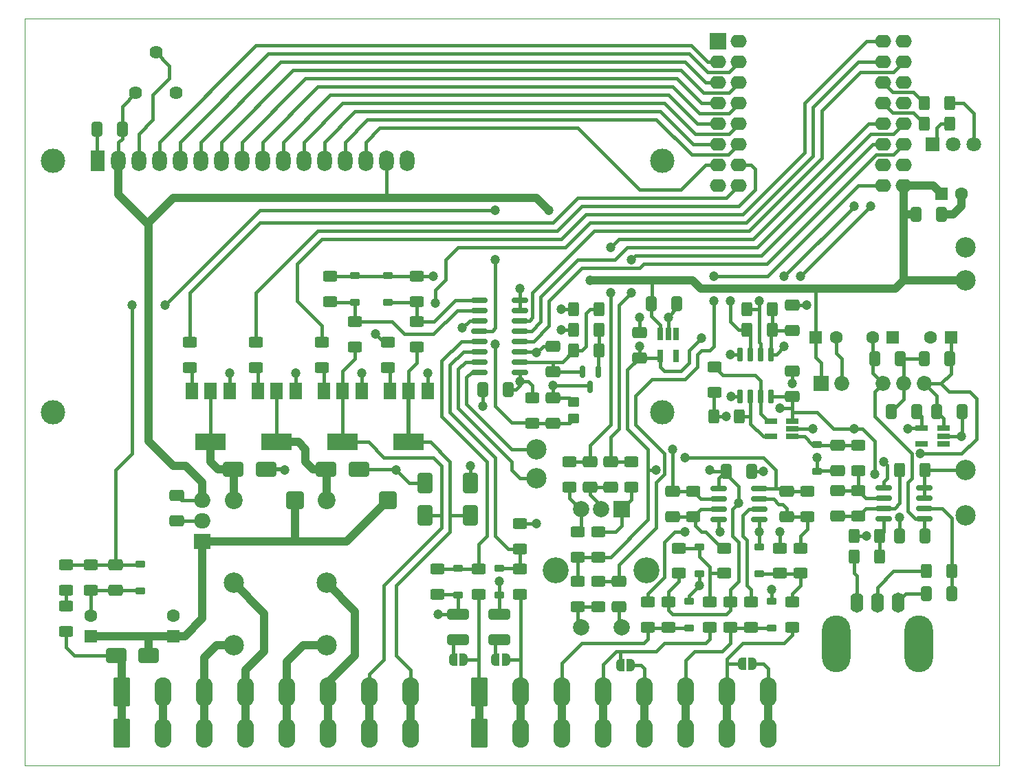
<source format=gbr>
%TF.GenerationSoftware,KiCad,Pcbnew,7.0.7*%
%TF.CreationDate,2023-11-21T19:35:23-10:00*%
%TF.ProjectId,Controller,436f6e74-726f-46c6-9c65-722e6b696361,New*%
%TF.SameCoordinates,Original*%
%TF.FileFunction,Copper,L2,Bot*%
%TF.FilePolarity,Positive*%
%FSLAX46Y46*%
G04 Gerber Fmt 4.6, Leading zero omitted, Abs format (unit mm)*
G04 Created by KiCad (PCBNEW 7.0.7) date 2023-11-21 19:35:23*
%MOMM*%
%LPD*%
G01*
G04 APERTURE LIST*
G04 Aperture macros list*
%AMRoundRect*
0 Rectangle with rounded corners*
0 $1 Rounding radius*
0 $2 $3 $4 $5 $6 $7 $8 $9 X,Y pos of 4 corners*
0 Add a 4 corners polygon primitive as box body*
4,1,4,$2,$3,$4,$5,$6,$7,$8,$9,$2,$3,0*
0 Add four circle primitives for the rounded corners*
1,1,$1+$1,$2,$3*
1,1,$1+$1,$4,$5*
1,1,$1+$1,$6,$7*
1,1,$1+$1,$8,$9*
0 Add four rect primitives between the rounded corners*
20,1,$1+$1,$2,$3,$4,$5,0*
20,1,$1+$1,$4,$5,$6,$7,0*
20,1,$1+$1,$6,$7,$8,$9,0*
20,1,$1+$1,$8,$9,$2,$3,0*%
%AMFreePoly0*
4,1,19,0.500000,-0.750000,0.000000,-0.750000,0.000000,-0.744911,-0.071157,-0.744911,-0.207708,-0.704816,-0.327430,-0.627875,-0.420627,-0.520320,-0.479746,-0.390866,-0.500000,-0.250000,-0.500000,0.250000,-0.479746,0.390866,-0.420627,0.520320,-0.327430,0.627875,-0.207708,0.704816,-0.071157,0.744911,0.000000,0.744911,0.000000,0.750000,0.500000,0.750000,0.500000,-0.750000,0.500000,-0.750000,
$1*%
%AMFreePoly1*
4,1,19,0.000000,0.744911,0.071157,0.744911,0.207708,0.704816,0.327430,0.627875,0.420627,0.520320,0.479746,0.390866,0.500000,0.250000,0.500000,-0.250000,0.479746,-0.390866,0.420627,-0.520320,0.327430,-0.627875,0.207708,-0.704816,0.071157,-0.744911,0.000000,-0.744911,0.000000,-0.750000,-0.500000,-0.750000,-0.500000,0.750000,0.000000,0.750000,0.000000,0.744911,0.000000,0.744911,
$1*%
G04 Aperture macros list end*
%TA.AperFunction,SMDPad,CuDef*%
%ADD10RoundRect,0.250000X-0.625000X0.400000X-0.625000X-0.400000X0.625000X-0.400000X0.625000X0.400000X0*%
%TD*%
%TA.AperFunction,ComponentPad*%
%ADD11R,1.600000X1.600000*%
%TD*%
%TA.AperFunction,ComponentPad*%
%ADD12C,1.600000*%
%TD*%
%TA.AperFunction,ComponentPad*%
%ADD13C,1.800000*%
%TD*%
%TA.AperFunction,ComponentPad*%
%ADD14R,1.800000X1.800000*%
%TD*%
%TA.AperFunction,SMDPad,CuDef*%
%ADD15RoundRect,0.250000X0.400000X0.625000X-0.400000X0.625000X-0.400000X-0.625000X0.400000X-0.625000X0*%
%TD*%
%TA.AperFunction,SMDPad,CuDef*%
%ADD16RoundRect,0.250000X-0.400000X-0.625000X0.400000X-0.625000X0.400000X0.625000X-0.400000X0.625000X0*%
%TD*%
%TA.AperFunction,ComponentPad*%
%ADD17C,2.500000*%
%TD*%
%TA.AperFunction,SMDPad,CuDef*%
%ADD18RoundRect,0.150000X-0.825000X-0.150000X0.825000X-0.150000X0.825000X0.150000X-0.825000X0.150000X0*%
%TD*%
%TA.AperFunction,SMDPad,CuDef*%
%ADD19RoundRect,0.150000X-0.150000X0.587500X-0.150000X-0.587500X0.150000X-0.587500X0.150000X0.587500X0*%
%TD*%
%TA.AperFunction,SMDPad,CuDef*%
%ADD20RoundRect,0.250000X0.650000X-0.412500X0.650000X0.412500X-0.650000X0.412500X-0.650000X-0.412500X0*%
%TD*%
%TA.AperFunction,ComponentPad*%
%ADD21RoundRect,0.341000X-0.759000X0.759000X-0.759000X-0.759000X0.759000X-0.759000X0.759000X0.759000X0*%
%TD*%
%TA.AperFunction,ComponentPad*%
%ADD22C,2.200000*%
%TD*%
%TA.AperFunction,ComponentPad*%
%ADD23R,2.000000X1.905000*%
%TD*%
%TA.AperFunction,ComponentPad*%
%ADD24O,2.000000X1.905000*%
%TD*%
%TA.AperFunction,ComponentPad*%
%ADD25O,1.600000X2.500000*%
%TD*%
%TA.AperFunction,ComponentPad*%
%ADD26O,3.500000X7.000000*%
%TD*%
%TA.AperFunction,ComponentPad*%
%ADD27RoundRect,0.249997X-0.790003X-1.550003X0.790003X-1.550003X0.790003X1.550003X-0.790003X1.550003X0*%
%TD*%
%TA.AperFunction,ComponentPad*%
%ADD28O,2.080000X3.600000*%
%TD*%
%TA.AperFunction,ComponentPad*%
%ADD29C,3.000000*%
%TD*%
%TA.AperFunction,ComponentPad*%
%ADD30R,1.800000X2.600000*%
%TD*%
%TA.AperFunction,ComponentPad*%
%ADD31O,1.800000X2.600000*%
%TD*%
%TA.AperFunction,ComponentPad*%
%ADD32R,1.850000X1.850000*%
%TD*%
%TA.AperFunction,ComponentPad*%
%ADD33C,1.850000*%
%TD*%
%TA.AperFunction,ComponentPad*%
%ADD34R,2.000000X2.000000*%
%TD*%
%TA.AperFunction,ComponentPad*%
%ADD35O,2.000000X1.600000*%
%TD*%
%TA.AperFunction,ComponentPad*%
%ADD36C,2.000000*%
%TD*%
%TA.AperFunction,ComponentPad*%
%ADD37C,3.200000*%
%TD*%
%TA.AperFunction,ComponentPad*%
%ADD38C,1.620000*%
%TD*%
%TA.AperFunction,SMDPad,CuDef*%
%ADD39RoundRect,0.250000X0.625000X-0.400000X0.625000X0.400000X-0.625000X0.400000X-0.625000X-0.400000X0*%
%TD*%
%TA.AperFunction,SMDPad,CuDef*%
%ADD40RoundRect,0.250000X-0.650000X0.412500X-0.650000X-0.412500X0.650000X-0.412500X0.650000X0.412500X0*%
%TD*%
%TA.AperFunction,SMDPad,CuDef*%
%ADD41R,1.500000X2.000000*%
%TD*%
%TA.AperFunction,SMDPad,CuDef*%
%ADD42R,3.800000X2.000000*%
%TD*%
%TA.AperFunction,SMDPad,CuDef*%
%ADD43RoundRect,0.250000X0.412500X0.650000X-0.412500X0.650000X-0.412500X-0.650000X0.412500X-0.650000X0*%
%TD*%
%TA.AperFunction,SMDPad,CuDef*%
%ADD44RoundRect,0.250000X1.000000X0.650000X-1.000000X0.650000X-1.000000X-0.650000X1.000000X-0.650000X0*%
%TD*%
%TA.AperFunction,SMDPad,CuDef*%
%ADD45RoundRect,0.250000X-1.000000X-0.650000X1.000000X-0.650000X1.000000X0.650000X-1.000000X0.650000X0*%
%TD*%
%TA.AperFunction,SMDPad,CuDef*%
%ADD46RoundRect,0.250000X0.650000X-1.000000X0.650000X1.000000X-0.650000X1.000000X-0.650000X-1.000000X0*%
%TD*%
%TA.AperFunction,SMDPad,CuDef*%
%ADD47RoundRect,0.225000X-0.375000X0.225000X-0.375000X-0.225000X0.375000X-0.225000X0.375000X0.225000X0*%
%TD*%
%TA.AperFunction,SMDPad,CuDef*%
%ADD48RoundRect,0.225000X0.375000X-0.225000X0.375000X0.225000X-0.375000X0.225000X-0.375000X-0.225000X0*%
%TD*%
%TA.AperFunction,SMDPad,CuDef*%
%ADD49RoundRect,0.250000X-1.075000X0.400000X-1.075000X-0.400000X1.075000X-0.400000X1.075000X0.400000X0*%
%TD*%
%TA.AperFunction,SMDPad,CuDef*%
%ADD50FreePoly0,180.000000*%
%TD*%
%TA.AperFunction,SMDPad,CuDef*%
%ADD51FreePoly1,180.000000*%
%TD*%
%TA.AperFunction,SMDPad,CuDef*%
%ADD52RoundRect,0.250000X-0.412500X-0.650000X0.412500X-0.650000X0.412500X0.650000X-0.412500X0.650000X0*%
%TD*%
%TA.AperFunction,SMDPad,CuDef*%
%ADD53RoundRect,0.150000X0.825000X0.150000X-0.825000X0.150000X-0.825000X-0.150000X0.825000X-0.150000X0*%
%TD*%
%TA.AperFunction,SMDPad,CuDef*%
%ADD54R,1.560000X0.650000*%
%TD*%
%TA.AperFunction,SMDPad,CuDef*%
%ADD55RoundRect,0.150000X0.150000X-0.725000X0.150000X0.725000X-0.150000X0.725000X-0.150000X-0.725000X0*%
%TD*%
%TA.AperFunction,SMDPad,CuDef*%
%ADD56R,0.650000X1.560000*%
%TD*%
%TA.AperFunction,SMDPad,CuDef*%
%ADD57RoundRect,0.250000X0.450000X-0.350000X0.450000X0.350000X-0.450000X0.350000X-0.450000X-0.350000X0*%
%TD*%
%TA.AperFunction,ViaPad*%
%ADD58C,1.200000*%
%TD*%
%TA.AperFunction,Conductor*%
%ADD59C,0.381000*%
%TD*%
%TA.AperFunction,Conductor*%
%ADD60C,1.016000*%
%TD*%
%TA.AperFunction,Conductor*%
%ADD61C,0.508000*%
%TD*%
%TA.AperFunction,Profile*%
%ADD62C,0.050000*%
%TD*%
G04 APERTURE END LIST*
D10*
%TO.P,R13,1*%
%TO.N,+3.3V*%
X128524000Y-127482000D03*
%TO.P,R13,2*%
%TO.N,T2in*%
X128524000Y-130582000D03*
%TD*%
D11*
%TO.P,C3,1*%
%TO.N,+5V*%
X154472000Y-77216000D03*
D12*
%TO.P,C3,2*%
%TO.N,GND*%
X156972000Y-77216000D03*
%TD*%
D13*
%TO.P,D16,3,K*%
%TO.N,Net-(D16-K)*%
X158496000Y-71120000D03*
%TO.P,D16,2,A2*%
%TO.N,GND*%
X155956000Y-71120000D03*
D14*
%TO.P,D16,1,A1*%
%TO.N,Net-(D16-A1)*%
X153416000Y-71120000D03*
%TD*%
D15*
%TO.P,R53,1*%
%TO.N,Net-(D16-K)*%
X155474000Y-66040000D03*
%TO.P,R53,2*%
%TO.N,Net-(U1-D38)*%
X152374000Y-66040000D03*
%TD*%
D16*
%TO.P,R52,1*%
%TO.N,Net-(U1-D34)*%
X152374000Y-68580000D03*
%TO.P,R52,2*%
%TO.N,Net-(D16-A1)*%
X155474000Y-68580000D03*
%TD*%
D17*
%TO.P,TP2,1,1*%
%TO.N,GNDA*%
X157480000Y-116840000D03*
%TD*%
D18*
%TO.P,U10,1,CH0*%
%TO.N,T1amp*%
X97601000Y-99187000D03*
%TO.P,U10,2,CH1*%
%TO.N,T2amp*%
X97601000Y-97917000D03*
%TO.P,U10,3,CH2*%
%TO.N,In2*%
X97601000Y-96647000D03*
%TO.P,U10,4,CH3*%
%TO.N,In1*%
X97601000Y-95377000D03*
%TO.P,U10,5,CH4*%
%TO.N,SupV*%
X97601000Y-94107000D03*
%TO.P,U10,6,CH5*%
%TO.N,Net-(U10-CH5)*%
X97601000Y-92837000D03*
%TO.P,U10,7,CH6*%
%TO.N,Out1*%
X97601000Y-91567000D03*
%TO.P,U10,8,CH7*%
%TO.N,Out2*%
X97601000Y-90297000D03*
%TO.P,U10,9,DGND*%
%TO.N,GND*%
X102551000Y-90297000D03*
%TO.P,U10,10,~{CS}/SHDN*%
X102551000Y-91567000D03*
%TO.P,U10,11,Din*%
%TO.N,MOSI*%
X102551000Y-92837000D03*
%TO.P,U10,12,Dout*%
%TO.N,MISO*%
X102551000Y-94107000D03*
%TO.P,U10,13,CLK*%
%TO.N,SPCK*%
X102551000Y-95377000D03*
%TO.P,U10,14,AGND*%
%TO.N,GND*%
X102551000Y-96647000D03*
%TO.P,U10,15,Vref*%
%TO.N,Net-(U10-Vref)*%
X102551000Y-97917000D03*
%TO.P,U10,16,Vdd*%
%TO.N,+3.3V*%
X102551000Y-99187000D03*
%TD*%
D19*
%TO.P,U9,1,K*%
%TO.N,Net-(U10-Vref)*%
X110302000Y-99138500D03*
%TO.P,U9,2,REF*%
%TO.N,Net-(U9-REF)*%
X112202000Y-99138500D03*
%TO.P,U9,3,A*%
%TO.N,GND*%
X111252000Y-101013500D03*
%TD*%
D16*
%TO.P,R26,1*%
%TO.N,+3.3V*%
X109194000Y-91440000D03*
%TO.P,R26,2*%
%TO.N,Net-(U10-Vref)*%
X112294000Y-91440000D03*
%TD*%
%TO.P,R28,2*%
%TO.N,Net-(U9-REF)*%
X112294000Y-93980000D03*
%TO.P,R28,1*%
%TO.N,GND*%
X109194000Y-93980000D03*
%TD*%
D15*
%TO.P,R27,1*%
%TO.N,Net-(U9-REF)*%
X112294000Y-96520000D03*
%TO.P,R27,2*%
%TO.N,Net-(U10-Vref)*%
X109194000Y-96520000D03*
%TD*%
D20*
%TO.P,C23,1*%
%TO.N,Net-(U10-Vref)*%
X106680000Y-99098500D03*
%TO.P,C23,2*%
%TO.N,GND*%
X106680000Y-95973500D03*
%TD*%
D17*
%TO.P,TP4,1,1*%
%TO.N,T1amp*%
X104648000Y-108712000D03*
%TD*%
%TO.P,TP1,1,1*%
%TO.N,+5V*%
X157480000Y-87884000D03*
%TD*%
%TO.P,TP3,1,1*%
%TO.N,/WQ*%
X157480000Y-111252000D03*
%TD*%
%TO.P,TP5,1,1*%
%TO.N,T2amp*%
X104648000Y-112268000D03*
%TD*%
%TO.P,TP0,1,1*%
%TO.N,GND*%
X157480000Y-83820000D03*
%TD*%
D21*
%TO.P,K1,1*%
%TO.N,+12V*%
X74930000Y-114935000D03*
D17*
%TO.P,K1,2*%
%TO.N,Net-(J1-Pin_4)*%
X67330000Y-125135000D03*
%TO.P,K1,3*%
%TO.N,Net-(J1-Pin_3)*%
X67330000Y-132835000D03*
D22*
%TO.P,K1,5*%
%TO.N,Net-(D2-K)*%
X67330000Y-114935000D03*
%TD*%
D21*
%TO.P,K2,1*%
%TO.N,+12V*%
X86360000Y-114935000D03*
D17*
%TO.P,K2,2*%
%TO.N,Net-(J1-Pin_6)*%
X78760000Y-125135000D03*
%TO.P,K2,3*%
%TO.N,Net-(J1-Pin_5)*%
X78760000Y-132835000D03*
D22*
%TO.P,K2,5*%
%TO.N,Net-(D3-K)*%
X78760000Y-114935000D03*
%TD*%
D23*
%TO.P,U2,1,IN*%
%TO.N,+12V*%
X63500000Y-120015000D03*
D24*
%TO.P,U2,2,GND*%
%TO.N,GND*%
X63500000Y-117475000D03*
%TO.P,U2,3,OUT*%
%TO.N,+5V*%
X63500000Y-114935000D03*
%TD*%
D25*
%TO.P,J3,1,In*%
%TO.N,Net-(J3-In)*%
X146600000Y-127600000D03*
D26*
%TO.P,J3,2,Ext*%
%TO.N,GNDA*%
X151680000Y-132680000D03*
D25*
X149140000Y-127600000D03*
X144060000Y-127600000D03*
D26*
X141520000Y-132680000D03*
%TD*%
D27*
%TO.P,J1,1,Pin_1*%
%TO.N,VS*%
X53600000Y-138600000D03*
X53600000Y-143680000D03*
D28*
%TO.P,J1,2,Pin_2*%
%TO.N,GND*%
X58680000Y-138600000D03*
X58680000Y-143680000D03*
%TO.P,J1,3,Pin_3*%
%TO.N,Net-(J1-Pin_3)*%
X63760000Y-138600000D03*
X63760000Y-143680000D03*
%TO.P,J1,4,Pin_4*%
%TO.N,Net-(J1-Pin_4)*%
X68840000Y-138600000D03*
X68840000Y-143680000D03*
%TO.P,J1,5,Pin_5*%
%TO.N,Net-(J1-Pin_5)*%
X73920000Y-138600000D03*
X73920000Y-143680000D03*
%TO.P,J1,6,Pin_6*%
%TO.N,Net-(J1-Pin_6)*%
X79000000Y-138600000D03*
X79000000Y-143680000D03*
%TO.P,J1,7,Pin_7*%
%TO.N,Net-(D4-K)*%
X84080000Y-138600000D03*
X84080000Y-143680000D03*
%TO.P,J1,8,Pin_8*%
%TO.N,Net-(D5-K)*%
X89160000Y-138600000D03*
X89160000Y-143680000D03*
%TD*%
D27*
%TO.P,J2,1,Pin_1*%
%TO.N,Net-(J2-Pin_1)*%
X97600000Y-138600000D03*
X97600000Y-143680000D03*
D28*
%TO.P,J2,2,Pin_2*%
%TO.N,Net-(J2-Pin_2)*%
X102680000Y-138600000D03*
X102680000Y-143680000D03*
%TO.P,J2,3,Pin_3*%
%TO.N,T1in*%
X107760000Y-138600000D03*
X107760000Y-143680000D03*
%TO.P,J2,4,Pin_4*%
%TO.N,T1bias*%
X112840000Y-138600000D03*
X112840000Y-143680000D03*
%TO.P,J2,5,Pin_5*%
%TO.N,GND*%
X117920000Y-138600000D03*
X117920000Y-143680000D03*
%TO.P,J2,6,Pin_6*%
%TO.N,T2in*%
X123000000Y-138600000D03*
X123000000Y-143680000D03*
%TO.P,J2,7,Pin_7*%
%TO.N,T2bias*%
X128080000Y-138600000D03*
X128080000Y-143680000D03*
%TO.P,J2,8,Pin_8*%
%TO.N,GND*%
X133160000Y-138600000D03*
X133160000Y-143680000D03*
%TD*%
D29*
%TO.P,DS1,*%
%TO.N,*%
X45100900Y-73100000D03*
X45100900Y-104100700D03*
X120099480Y-104100700D03*
X120100000Y-73100000D03*
D30*
%TO.P,DS1,1,VSS*%
%TO.N,GND*%
X50600000Y-73100000D03*
D31*
%TO.P,DS1,2,VDD*%
%TO.N,+5V*%
X53140000Y-73100000D03*
%TO.P,DS1,3,VO*%
%TO.N,Net-(DS1-VO)*%
X55680000Y-73100000D03*
%TO.P,DS1,4,RS*%
%TO.N,DispRS*%
X58220000Y-73100000D03*
%TO.P,DS1,5,R/W*%
%TO.N,DispRW*%
X60760000Y-73100000D03*
%TO.P,DS1,6,E*%
%TO.N,DispE*%
X63300000Y-73100000D03*
%TO.P,DS1,7,D0*%
%TO.N,DispD0*%
X65840000Y-73100000D03*
%TO.P,DS1,8,D1*%
%TO.N,DispD1*%
X68380000Y-73100000D03*
%TO.P,DS1,9,D2*%
%TO.N,DispD2*%
X70920000Y-73100000D03*
%TO.P,DS1,10,D3*%
%TO.N,DispD3*%
X73460000Y-73100000D03*
%TO.P,DS1,11,D4*%
%TO.N,DispD4*%
X76000000Y-73100000D03*
%TO.P,DS1,12,D5*%
%TO.N,DispD5*%
X78540000Y-73100000D03*
%TO.P,DS1,13,D6*%
%TO.N,DispD6*%
X81080000Y-73100000D03*
%TO.P,DS1,14,D7*%
%TO.N,DispD7*%
X83620000Y-73100000D03*
%TO.P,DS1,15,LED(+)*%
%TO.N,+5V*%
X86160000Y-73100000D03*
%TO.P,DS1,16,LED(-)*%
%TO.N,GND*%
X88700000Y-73100000D03*
%TD*%
D11*
%TO.P,C8,1*%
%TO.N,+5VA*%
X155637113Y-94867000D03*
D12*
%TO.P,C8,2*%
%TO.N,GNDA*%
X153137113Y-94867000D03*
%TD*%
D11*
%TO.P,C2,1*%
%TO.N,+12V*%
X49784000Y-131708651D03*
D12*
%TO.P,C2,2*%
%TO.N,GND*%
X49784000Y-129208651D03*
%TD*%
D32*
%TO.P,PS1,1,+Vin*%
%TO.N,+5V*%
X139700000Y-100584000D03*
D33*
%TO.P,PS1,2,-Vin*%
%TO.N,GND*%
X142240000Y-100584000D03*
%TO.P,PS1,4,-Vout*%
%TO.N,-5VA*%
X147320000Y-100584000D03*
%TO.P,PS1,5,0V*%
%TO.N,GNDA*%
X149860000Y-100584000D03*
%TO.P,PS1,6,+Vout*%
%TO.N,+5VA*%
X152400000Y-100584000D03*
%TD*%
D11*
%TO.P,C7,1*%
%TO.N,+5V*%
X139025621Y-94867000D03*
D12*
%TO.P,C7,2*%
%TO.N,GND*%
X141525621Y-94867000D03*
%TD*%
D11*
%TO.P,C9,1*%
%TO.N,GNDA*%
X148502380Y-94867000D03*
D12*
%TO.P,C9,2*%
%TO.N,-5VA*%
X146002380Y-94867000D03*
%TD*%
D11*
%TO.P,C1,1*%
%TO.N,+12V*%
X59944000Y-131708651D03*
D12*
%TO.P,C1,2*%
%TO.N,GND*%
X59944000Y-129208651D03*
%TD*%
D34*
%TO.P,U1,1,~{EN}*%
%TO.N,unconnected-(U1-~{EN}-Pad1)*%
X127000000Y-58420000D03*
D35*
%TO.P,U1,2,D2*%
%TO.N,DispRS*%
X127000000Y-60960000D03*
%TO.P,U1,3,D4*%
%TO.N,DispE*%
X127000000Y-63500000D03*
%TO.P,U1,4,D12*%
%TO.N,DispD1*%
X127000000Y-66040000D03*
%TO.P,U1,5,D13*%
%TO.N,DispD3*%
X127000000Y-68580000D03*
%TO.P,U1,6,D11*%
%TO.N,DispD5*%
X127000000Y-71120000D03*
%TO.P,U1,7,D10*%
%TO.N,DispD7*%
X127000000Y-73660000D03*
%TO.P,U1,8,3V3*%
%TO.N,unconnected-(U1-3V3-Pad8)*%
X127000000Y-76200000D03*
%TO.P,U1,9,Vbus*%
%TO.N,+5V*%
X149860000Y-76200000D03*
%TO.P,U1,10,GND*%
%TO.N,GND*%
X149860000Y-73660000D03*
%TO.P,U1,11,D16*%
%TO.N,SPCK*%
X149860000Y-71120000D03*
%TO.P,U1,12,D18*%
%TO.N,MISO*%
X149860000Y-68580000D03*
%TO.P,U1,13,D35*%
%TO.N,SDA*%
X149860000Y-66040000D03*
%TO.P,U1,14,D36*%
%TO.N,SCK*%
X149860000Y-63500000D03*
%TO.P,U1,15,D44*%
%TO.N,MOSI*%
X149860000Y-60960000D03*
%TO.P,U1,16,D43*%
%TO.N,unconnected-(U1-D43-Pad16)*%
X149860000Y-58420000D03*
%TO.P,U1,17,D1*%
%TO.N,unconnected-(U1-D1-Pad17)*%
X129540000Y-58420000D03*
%TO.P,U1,18,D3*%
%TO.N,DispRW*%
X129540000Y-60960000D03*
%TO.P,U1,19,D5*%
%TO.N,DispD0*%
X129540000Y-63500000D03*
%TO.P,U1,20,D6*%
%TO.N,DispD2*%
X129540000Y-66040000D03*
%TO.P,U1,21,D7*%
%TO.N,DispD4*%
X129540000Y-68580000D03*
%TO.P,U1,22,D8*%
%TO.N,DispD6*%
X129540000Y-71120000D03*
%TO.P,U1,23,D9*%
%TO.N,Rly2*%
X129540000Y-73660000D03*
%TO.P,U1,24,D14*%
%TO.N,Rly1*%
X129540000Y-76200000D03*
%TO.P,U1,25,D15*%
%TO.N,EncPB*%
X147320000Y-76200000D03*
%TO.P,U1,26,GND*%
%TO.N,GND*%
X147320000Y-73660000D03*
%TO.P,U1,27,D17*%
%TO.N,EncA*%
X147320000Y-71120000D03*
%TO.P,U1,28,D21*%
%TO.N,EncB*%
X147320000Y-68580000D03*
%TO.P,U1,29,D34*%
%TO.N,Net-(U1-D34)*%
X147320000Y-66040000D03*
%TO.P,U1,30,D38*%
%TO.N,Net-(U1-D38)*%
X147320000Y-63500000D03*
%TO.P,U1,31,D37*%
%TO.N,Out2d*%
X147320000Y-60960000D03*
%TO.P,U1,32,D33*%
%TO.N,Out1d*%
X147320000Y-58420000D03*
%TD*%
D36*
%TO.P,S1,S2,S2*%
%TO.N,GND*%
X115100000Y-130600000D03*
%TO.P,S1,S1,S1*%
%TO.N,Net-(R47-Pad1)*%
X110100000Y-130600000D03*
D37*
%TO.P,S1,MP*%
%TO.N,N/C*%
X107000000Y-123600000D03*
X118200000Y-123600000D03*
D36*
%TO.P,S1,C,C*%
%TO.N,GND*%
X112600000Y-116100000D03*
%TO.P,S1,B,B*%
%TO.N,Net-(R45-Pad1)*%
X110100000Y-116100000D03*
D34*
%TO.P,S1,A,A*%
%TO.N,Net-(R46-Pad1)*%
X115100000Y-116100000D03*
%TD*%
D38*
%TO.P,R51,1,1*%
%TO.N,GND*%
X60285000Y-64770000D03*
%TO.P,R51,2,2*%
%TO.N,Net-(DS1-VO)*%
X57785000Y-59770000D03*
%TO.P,R51,3,3*%
%TO.N,+5V*%
X55285000Y-64770000D03*
%TD*%
D39*
%TO.P,R47,1*%
%TO.N,Net-(R47-Pad1)*%
X109728000Y-128042000D03*
%TO.P,R47,2*%
%TO.N,+3.3V*%
X109728000Y-124942000D03*
%TD*%
D40*
%TO.P,C29,1*%
%TO.N,EncB*%
X111252000Y-110197500D03*
%TO.P,C29,2*%
%TO.N,GND*%
X111252000Y-113322500D03*
%TD*%
%TO.P,C30,1*%
%TO.N,EncA*%
X113792000Y-110197500D03*
%TO.P,C30,2*%
%TO.N,GND*%
X113792000Y-113322500D03*
%TD*%
%TO.P,C31,1*%
%TO.N,EncPB*%
X114808000Y-124929500D03*
%TO.P,C31,2*%
%TO.N,GND*%
X114808000Y-128054500D03*
%TD*%
D10*
%TO.P,R48,1*%
%TO.N,EncA*%
X116332000Y-110210000D03*
%TO.P,R48,2*%
%TO.N,Net-(R46-Pad1)*%
X116332000Y-113310000D03*
%TD*%
%TO.P,R49,1*%
%TO.N,EncB*%
X108712000Y-110210000D03*
%TO.P,R49,2*%
%TO.N,Net-(R45-Pad1)*%
X108712000Y-113310000D03*
%TD*%
D39*
%TO.P,R50,1*%
%TO.N,Net-(R47-Pad1)*%
X112268000Y-128042000D03*
%TO.P,R50,2*%
%TO.N,EncPB*%
X112268000Y-124942000D03*
%TD*%
D41*
%TO.P,Q1,1,B*%
%TO.N,Net-(Q1-B)*%
X62216000Y-101498000D03*
%TO.P,Q1,2,C*%
%TO.N,Net-(D2-K)*%
X64516000Y-101498000D03*
D42*
X64516000Y-107798000D03*
D41*
%TO.P,Q1,3,E*%
%TO.N,GND*%
X66816000Y-101498000D03*
%TD*%
D43*
%TO.P,C5,1*%
%TO.N,+5V*%
X53632500Y-69215000D03*
%TO.P,C5,2*%
%TO.N,GND*%
X50507500Y-69215000D03*
%TD*%
D44*
%TO.P,D1,1,K*%
%TO.N,+12V*%
X56864000Y-134112000D03*
%TO.P,D1,2,A*%
%TO.N,VS*%
X52864000Y-134112000D03*
%TD*%
D40*
%TO.P,C4,1*%
%TO.N,+5V*%
X60325000Y-114350000D03*
%TO.P,C4,2*%
%TO.N,GND*%
X60325000Y-117475000D03*
%TD*%
D41*
%TO.P,Q3,1,B*%
%TO.N,Net-(Q3-B)*%
X78472000Y-101498000D03*
%TO.P,Q3,2,C*%
%TO.N,Net-(D4-K)*%
X80772000Y-101498000D03*
D42*
X80772000Y-107798000D03*
D41*
%TO.P,Q3,3,E*%
%TO.N,GND*%
X83072000Y-101498000D03*
%TD*%
D45*
%TO.P,D2,1,K*%
%TO.N,Net-(D2-K)*%
X67310000Y-111125000D03*
%TO.P,D2,2,A*%
%TO.N,GND*%
X71310000Y-111125000D03*
%TD*%
D46*
%TO.P,D4,1,K*%
%TO.N,Net-(D4-K)*%
X90932000Y-116808000D03*
%TO.P,D4,2,A*%
%TO.N,GND*%
X90932000Y-112808000D03*
%TD*%
D39*
%TO.P,R12,2*%
%TO.N,Net-(D10-K)*%
X122174000Y-120852000D03*
%TO.P,R12,1*%
%TO.N,+3.3V*%
X122174000Y-123952000D03*
%TD*%
%TO.P,R18,1*%
%TO.N,Net-(D10-K)*%
X127762000Y-123952000D03*
%TO.P,R18,2*%
%TO.N,Net-(U8B--)*%
X127762000Y-120852000D03*
%TD*%
%TO.P,R17,1*%
%TO.N,T1in*%
X118364000Y-130582000D03*
%TO.P,R17,2*%
%TO.N,Net-(U8B-+)*%
X118364000Y-127482000D03*
%TD*%
D47*
%TO.P,D8,1,K*%
%TO.N,In1*%
X94996000Y-123344000D03*
%TO.P,D8,2,A*%
%TO.N,GND*%
X94996000Y-126644000D03*
%TD*%
D48*
%TO.P,D11,1,K*%
%TO.N,T1in*%
X123444000Y-130682000D03*
%TO.P,D11,2,A*%
%TO.N,GND*%
X123444000Y-127382000D03*
%TD*%
D47*
%TO.P,D10,2,A*%
%TO.N,GND*%
X124714000Y-124052000D03*
%TO.P,D10,1,K*%
%TO.N,Net-(D10-K)*%
X124714000Y-120752000D03*
%TD*%
D39*
%TO.P,R22,1*%
%TO.N,Net-(U8A--)*%
X138010500Y-116993000D03*
%TO.P,R22,2*%
%TO.N,T2amp*%
X138010500Y-113893000D03*
%TD*%
D10*
%TO.P,R33,1*%
%TO.N,Rly2*%
X70104000Y-95478000D03*
%TO.P,R33,2*%
%TO.N,Net-(Q2-B)*%
X70104000Y-98578000D03*
%TD*%
D40*
%TO.P,C28,1*%
%TO.N,T2amp*%
X135470500Y-113880500D03*
%TO.P,C28,2*%
%TO.N,Net-(U8A--)*%
X135470500Y-117005500D03*
%TD*%
D10*
%TO.P,R34,1*%
%TO.N,Rly1*%
X61976000Y-95478000D03*
%TO.P,R34,2*%
%TO.N,Net-(Q1-B)*%
X61976000Y-98578000D03*
%TD*%
%TO.P,R11,1*%
%TO.N,+3.3V*%
X120904000Y-127482000D03*
%TO.P,R11,2*%
%TO.N,T1in*%
X120904000Y-130582000D03*
%TD*%
%TO.P,R45,1*%
%TO.N,Net-(R45-Pad1)*%
X109728000Y-118846000D03*
%TO.P,R45,2*%
%TO.N,+3.3V*%
X109728000Y-121946000D03*
%TD*%
%TO.P,R46,1*%
%TO.N,Net-(R46-Pad1)*%
X112268000Y-118846000D03*
%TO.P,R46,2*%
%TO.N,+3.3V*%
X112268000Y-121946000D03*
%TD*%
D39*
%TO.P,R39,1*%
%TO.N,GND*%
X92456000Y-126544000D03*
%TO.P,R39,2*%
%TO.N,In1*%
X92456000Y-123444000D03*
%TD*%
D10*
%TO.P,R35,1*%
%TO.N,In1*%
X97536000Y-123444000D03*
%TO.P,R35,2*%
%TO.N,Net-(J2-Pin_1)*%
X97536000Y-126544000D03*
%TD*%
D47*
%TO.P,D9,1,K*%
%TO.N,In2*%
X100076000Y-123344000D03*
%TO.P,D9,2,A*%
%TO.N,GND*%
X100076000Y-126644000D03*
%TD*%
D49*
%TO.P,R43,1*%
%TO.N,GND*%
X94996000Y-129006000D03*
%TO.P,R43,2*%
%TO.N,Net-(JP1-B)*%
X94996000Y-132106000D03*
%TD*%
D39*
%TO.P,R15,1*%
%TO.N,T1bias*%
X125984000Y-130582000D03*
%TO.P,R15,2*%
%TO.N,Net-(D10-K)*%
X125984000Y-127482000D03*
%TD*%
D41*
%TO.P,Q4,1,B*%
%TO.N,Net-(Q4-B)*%
X86600000Y-101498000D03*
%TO.P,Q4,2,C*%
%TO.N,Net-(D5-K)*%
X88900000Y-101498000D03*
D42*
X88900000Y-107798000D03*
D41*
%TO.P,Q4,3,E*%
%TO.N,GND*%
X91200000Y-101498000D03*
%TD*%
D46*
%TO.P,D5,1,K*%
%TO.N,Net-(D5-K)*%
X96520000Y-116808000D03*
%TO.P,D5,2,A*%
%TO.N,GND*%
X96520000Y-112808000D03*
%TD*%
D40*
%TO.P,C10,1*%
%TO.N,SupV*%
X52832000Y-122897500D03*
%TO.P,C10,2*%
%TO.N,GND*%
X52832000Y-126022500D03*
%TD*%
D50*
%TO.P,JP3,1,A*%
%TO.N,GND*%
X116220000Y-135255000D03*
D51*
%TO.P,JP3,2,B*%
%TO.N,T1bias*%
X114920000Y-135255000D03*
%TD*%
D10*
%TO.P,R36,1*%
%TO.N,In2*%
X102616000Y-123444000D03*
%TO.P,R36,2*%
%TO.N,Net-(J2-Pin_2)*%
X102616000Y-126544000D03*
%TD*%
D50*
%TO.P,JP1,1,A*%
%TO.N,Net-(J2-Pin_1)*%
X95646000Y-134620000D03*
D51*
%TO.P,JP1,2,B*%
%TO.N,Net-(JP1-B)*%
X94346000Y-134620000D03*
%TD*%
D50*
%TO.P,JP2,1,A*%
%TO.N,Net-(J2-Pin_2)*%
X100868000Y-134620000D03*
D51*
%TO.P,JP2,2,B*%
%TO.N,Net-(JP2-B)*%
X99568000Y-134620000D03*
%TD*%
D41*
%TO.P,Q2,1,B*%
%TO.N,Net-(Q2-B)*%
X70344000Y-101498000D03*
%TO.P,Q2,2,C*%
%TO.N,Net-(D3-K)*%
X72644000Y-101498000D03*
D42*
X72644000Y-107798000D03*
D41*
%TO.P,Q2,3,E*%
%TO.N,GND*%
X74944000Y-101498000D03*
%TD*%
D39*
%TO.P,R25,1*%
%TO.N,GND*%
X49784000Y-126010000D03*
%TO.P,R25,2*%
%TO.N,SupV*%
X49784000Y-122910000D03*
%TD*%
D10*
%TO.P,R23,1*%
%TO.N,Net-(R23-Pad1)*%
X46736000Y-127990000D03*
%TO.P,R23,2*%
%TO.N,VS*%
X46736000Y-131090000D03*
%TD*%
%TO.P,R24,1*%
%TO.N,SupV*%
X46736000Y-122910000D03*
%TO.P,R24,2*%
%TO.N,Net-(R23-Pad1)*%
X46736000Y-126010000D03*
%TD*%
D47*
%TO.P,D15,1,K*%
%TO.N,SupV*%
X55880000Y-122810000D03*
%TO.P,D15,2,A*%
%TO.N,GND*%
X55880000Y-126110000D03*
%TD*%
D49*
%TO.P,R44,1*%
%TO.N,GND*%
X100076000Y-129006000D03*
%TO.P,R44,2*%
%TO.N,Net-(JP2-B)*%
X100076000Y-132106000D03*
%TD*%
D48*
%TO.P,D12,1,K*%
%TO.N,Net-(D12-K)*%
X132080000Y-124052000D03*
%TO.P,D12,2,A*%
%TO.N,GND*%
X132080000Y-120752000D03*
%TD*%
D45*
%TO.P,D3,1,K*%
%TO.N,Net-(D3-K)*%
X78740000Y-111125000D03*
%TO.P,D3,2,A*%
%TO.N,GND*%
X82740000Y-111125000D03*
%TD*%
D10*
%TO.P,R40,1*%
%TO.N,GND*%
X102616000Y-117830000D03*
%TO.P,R40,2*%
%TO.N,In2*%
X102616000Y-120930000D03*
%TD*%
D20*
%TO.P,C12,1*%
%TO.N,+3.3V*%
X117282000Y-97400500D03*
%TO.P,C12,2*%
%TO.N,GND*%
X117282000Y-94275500D03*
%TD*%
D40*
%TO.P,C27,1*%
%TO.N,T1amp*%
X121412000Y-113880500D03*
%TO.P,C27,2*%
%TO.N,Net-(U8B--)*%
X121412000Y-117005500D03*
%TD*%
D52*
%TO.P,C6,1*%
%TO.N,+5V*%
X151345500Y-79756000D03*
%TO.P,C6,2*%
%TO.N,GND*%
X154470500Y-79756000D03*
%TD*%
D53*
%TO.P,U5,1*%
%TO.N,/WQ*%
X152335000Y-113411000D03*
%TO.P,U5,2,-*%
X152335000Y-114681000D03*
%TO.P,U5,3,+*%
%TO.N,Net-(U5A-+)*%
X152335000Y-115951000D03*
%TO.P,U5,4,V-*%
%TO.N,-5VA*%
X152335000Y-117221000D03*
%TO.P,U5,5,+*%
%TO.N,Net-(U5B-+)*%
X147385000Y-117221000D03*
%TO.P,U5,6,-*%
%TO.N,Net-(U5B--)*%
X147385000Y-115951000D03*
%TO.P,U5,7*%
%TO.N,Net-(C20-Pad1)*%
X147385000Y-114681000D03*
%TO.P,U5,8,V+*%
%TO.N,+5VA*%
X147385000Y-113411000D03*
%TD*%
D39*
%TO.P,R19,1*%
%TO.N,T2in*%
X131064000Y-130582000D03*
%TO.P,R19,2*%
%TO.N,Net-(U8A-+)*%
X131064000Y-127482000D03*
%TD*%
D43*
%TO.P,C14,1*%
%TO.N,GNDA*%
X149390500Y-97536000D03*
%TO.P,C14,2*%
%TO.N,-5VA*%
X146265500Y-97536000D03*
%TD*%
D10*
%TO.P,R38,1*%
%TO.N,Out2*%
X89916000Y-92938000D03*
%TO.P,R38,2*%
%TO.N,Net-(D5-K)*%
X89916000Y-96038000D03*
%TD*%
D39*
%TO.P,R5,1*%
%TO.N,Net-(U5B--)*%
X144272000Y-116866000D03*
%TO.P,R5,2*%
%TO.N,Net-(C20-Pad1)*%
X144272000Y-113766000D03*
%TD*%
D43*
%TO.P,C16,1*%
%TO.N,/3.3VA*%
X151461000Y-104011000D03*
%TO.P,C16,2*%
%TO.N,GNDA*%
X148336000Y-104011000D03*
%TD*%
D39*
%TO.P,R16,1*%
%TO.N,T2bias*%
X136144000Y-130582000D03*
%TO.P,R16,2*%
%TO.N,Net-(D12-K)*%
X136144000Y-127482000D03*
%TD*%
D43*
%TO.P,C19,1*%
%TO.N,Net-(U5A-+)*%
X155740500Y-126492000D03*
%TO.P,C19,2*%
%TO.N,GNDA*%
X152615500Y-126492000D03*
%TD*%
D39*
%TO.P,R21,1*%
%TO.N,Net-(U8B--)*%
X123952000Y-116993000D03*
%TO.P,R21,2*%
%TO.N,T1amp*%
X123952000Y-113893000D03*
%TD*%
D10*
%TO.P,R42,1*%
%TO.N,GND*%
X89916000Y-87350000D03*
%TO.P,R42,2*%
%TO.N,Out2*%
X89916000Y-90450000D03*
%TD*%
D54*
%TO.P,U4,1,VIN*%
%TO.N,+5VA*%
X154766000Y-106109000D03*
%TO.P,U4,2,GND*%
%TO.N,GNDA*%
X154766000Y-107059000D03*
%TO.P,U4,3,EN*%
%TO.N,unconnected-(U4-EN-Pad3)*%
X154766000Y-108009000D03*
%TO.P,U4,4,NC*%
%TO.N,unconnected-(U4-NC-Pad4)*%
X152066000Y-108009000D03*
%TO.P,U4,5,VOUT*%
%TO.N,/3.3VA*%
X152066000Y-106109000D03*
%TD*%
D50*
%TO.P,JP4,1,A*%
%TO.N,GND*%
X131206000Y-135128000D03*
D51*
%TO.P,JP4,2,B*%
%TO.N,T2bias*%
X129906000Y-135128000D03*
%TD*%
D39*
%TO.P,R29,1*%
%TO.N,Net-(U10-CH5)*%
X104140000Y-105436000D03*
%TO.P,R29,2*%
%TO.N,+3.3V*%
X104140000Y-102336000D03*
%TD*%
D10*
%TO.P,R31,1*%
%TO.N,Out1d*%
X78232000Y-95478000D03*
%TO.P,R31,2*%
%TO.N,Net-(Q3-B)*%
X78232000Y-98578000D03*
%TD*%
D43*
%TO.P,C25,1*%
%TO.N,+3.3V*%
X101130500Y-101346000D03*
%TO.P,C25,2*%
%TO.N,GND*%
X98005500Y-101346000D03*
%TD*%
D15*
%TO.P,R10,1*%
%TO.N,+3.3V*%
X133630000Y-93980000D03*
%TO.P,R10,2*%
%TO.N,SCK*%
X130530000Y-93980000D03*
%TD*%
D53*
%TO.P,U8,1*%
%TO.N,T2amp*%
X132015000Y-113538000D03*
%TO.P,U8,2,-*%
%TO.N,Net-(U8A--)*%
X132015000Y-114808000D03*
%TO.P,U8,3,+*%
%TO.N,Net-(U8A-+)*%
X132015000Y-116078000D03*
%TO.P,U8,4,V-*%
%TO.N,GND*%
X132015000Y-117348000D03*
%TO.P,U8,5,+*%
%TO.N,Net-(U8B-+)*%
X127065000Y-117348000D03*
%TO.P,U8,6,-*%
%TO.N,Net-(U8B--)*%
X127065000Y-116078000D03*
%TO.P,U8,7*%
%TO.N,T1amp*%
X127065000Y-114808000D03*
%TO.P,U8,8,V+*%
%TO.N,+3.3V*%
X127065000Y-113538000D03*
%TD*%
D16*
%TO.P,R2,1*%
%TO.N,Net-(U5B--)*%
X149326000Y-111252000D03*
%TO.P,R2,2*%
%TO.N,/WQ*%
X152426000Y-111252000D03*
%TD*%
%TO.P,R3,1*%
%TO.N,/3.3VA*%
X143738000Y-119380000D03*
%TO.P,R3,2*%
%TO.N,Net-(U5B-+)*%
X146838000Y-119380000D03*
%TD*%
D48*
%TO.P,D7,1,K*%
%TO.N,Out2*%
X86360000Y-90550000D03*
%TO.P,D7,2,A*%
%TO.N,GND*%
X86360000Y-87250000D03*
%TD*%
%TO.P,D6,1,K*%
%TO.N,Out1*%
X82296000Y-90550000D03*
%TO.P,D6,2,A*%
%TO.N,GND*%
X82296000Y-87250000D03*
%TD*%
D43*
%TO.P,C13,1*%
%TO.N,+5VA*%
X155486500Y-97536000D03*
%TO.P,C13,2*%
%TO.N,GNDA*%
X152361500Y-97536000D03*
%TD*%
D10*
%TO.P,R37,1*%
%TO.N,Out1*%
X82296000Y-92938000D03*
%TO.P,R37,2*%
%TO.N,Net-(D4-K)*%
X82296000Y-96038000D03*
%TD*%
D15*
%TO.P,R1,1*%
%TO.N,Net-(U5A-+)*%
X155728000Y-123698000D03*
%TO.P,R1,2*%
%TO.N,Net-(J3-In)*%
X152628000Y-123698000D03*
%TD*%
D48*
%TO.P,D13,1,K*%
%TO.N,T2in*%
X133604000Y-130682000D03*
%TO.P,D13,2,A*%
%TO.N,GND*%
X133604000Y-127382000D03*
%TD*%
D39*
%TO.P,R20,1*%
%TO.N,Net-(D12-K)*%
X137160000Y-123952000D03*
%TO.P,R20,2*%
%TO.N,Net-(U8A--)*%
X137160000Y-120852000D03*
%TD*%
D15*
%TO.P,R9,1*%
%TO.N,+3.3V*%
X133630000Y-91440000D03*
%TO.P,R9,2*%
%TO.N,SDA*%
X130530000Y-91440000D03*
%TD*%
D10*
%TO.P,R41,1*%
%TO.N,GND*%
X79248000Y-87350000D03*
%TO.P,R41,2*%
%TO.N,Out1*%
X79248000Y-90450000D03*
%TD*%
D55*
%TO.P,U7,1,VCC1*%
%TO.N,/3.3VA*%
X133477000Y-102143000D03*
%TO.P,U7,2,SDA1*%
%TO.N,Net-(U6-SDA)*%
X132207000Y-102143000D03*
%TO.P,U7,3,SCL1*%
%TO.N,Net-(U6-SCL)*%
X130937000Y-102143000D03*
%TO.P,U7,4,GND1*%
%TO.N,GNDA*%
X129667000Y-102143000D03*
%TO.P,U7,5,GND2*%
%TO.N,GND*%
X129667000Y-96993000D03*
%TO.P,U7,6,SCL2*%
%TO.N,SCK*%
X130937000Y-96993000D03*
%TO.P,U7,7,SDA2*%
%TO.N,SDA*%
X132207000Y-96993000D03*
%TO.P,U7,8,VCC2*%
%TO.N,+3.3V*%
X133477000Y-96993000D03*
%TD*%
D56*
%TO.P,U3,1,VIN*%
%TO.N,+5V*%
X119888000Y-94488000D03*
%TO.P,U3,2,GND*%
%TO.N,GND*%
X120838000Y-94488000D03*
%TO.P,U3,3,EN*%
%TO.N,unconnected-(U3-EN-Pad3)*%
X121788000Y-94488000D03*
%TO.P,U3,4,NC*%
%TO.N,unconnected-(U3-NC-Pad4)*%
X121788000Y-97188000D03*
%TO.P,U3,5,VOUT*%
%TO.N,+3.3V*%
X119888000Y-97188000D03*
%TD*%
D40*
%TO.P,C21,1*%
%TO.N,Net-(D14-K)*%
X141732000Y-108165500D03*
%TO.P,C21,2*%
%TO.N,GNDA*%
X141732000Y-111290500D03*
%TD*%
D52*
%TO.P,C18,1*%
%TO.N,+5VA*%
X149313500Y-119380000D03*
%TO.P,C18,2*%
%TO.N,-5VA*%
X152438500Y-119380000D03*
%TD*%
D20*
%TO.P,C17,1*%
%TO.N,/3.3VA*%
X136144000Y-102146500D03*
%TO.P,C17,2*%
%TO.N,GNDA*%
X136144000Y-99021500D03*
%TD*%
D39*
%TO.P,R7,1*%
%TO.N,/3.3VA*%
X126544000Y-101626000D03*
%TO.P,R7,2*%
%TO.N,Net-(U6-SDA)*%
X126544000Y-98526000D03*
%TD*%
D20*
%TO.P,C22,1*%
%TO.N,+3.3V*%
X136144000Y-94018500D03*
%TO.P,C22,2*%
%TO.N,GND*%
X136144000Y-90893500D03*
%TD*%
D52*
%TO.P,C11,1*%
%TO.N,+5V*%
X118767500Y-90758000D03*
%TO.P,C11,2*%
%TO.N,GND*%
X121892500Y-90758000D03*
%TD*%
D57*
%TO.P,R30,1*%
%TO.N,Net-(U10-CH5)*%
X109220000Y-104886000D03*
%TO.P,R30,2*%
%TO.N,GND*%
X109220000Y-102886000D03*
%TD*%
D10*
%TO.P,R6,1*%
%TO.N,Net-(D14-K)*%
X144272000Y-108178000D03*
%TO.P,R6,2*%
%TO.N,Net-(C20-Pad1)*%
X144272000Y-111278000D03*
%TD*%
D20*
%TO.P,C24,1*%
%TO.N,Net-(U10-CH5)*%
X106680000Y-105448500D03*
%TO.P,C24,2*%
%TO.N,GND*%
X106680000Y-102323500D03*
%TD*%
D47*
%TO.P,D14,1,K*%
%TO.N,Net-(D14-K)*%
X139192000Y-108078000D03*
%TO.P,D14,2,A*%
%TO.N,GNDA*%
X139192000Y-111378000D03*
%TD*%
D10*
%TO.P,R14,1*%
%TO.N,+3.3V*%
X134620000Y-120852000D03*
%TO.P,R14,2*%
%TO.N,Net-(D12-K)*%
X134620000Y-123952000D03*
%TD*%
D16*
%TO.P,R8,1*%
%TO.N,/3.3VA*%
X126492000Y-104648000D03*
%TO.P,R8,2*%
%TO.N,Net-(U6-SCL)*%
X129592000Y-104648000D03*
%TD*%
D54*
%TO.P,U6,1,Vdd*%
%TO.N,/3.3VA*%
X136144000Y-105222000D03*
%TO.P,U6,2,Vss*%
%TO.N,GNDA*%
X136144000Y-106172000D03*
%TO.P,U6,3,Ain*%
%TO.N,Net-(D14-K)*%
X136144000Y-107122000D03*
%TO.P,U6,4,SCL*%
%TO.N,Net-(U6-SCL)*%
X133444000Y-107122000D03*
%TO.P,U6,5,SDA*%
%TO.N,Net-(U6-SDA)*%
X133444000Y-105222000D03*
%TD*%
D52*
%TO.P,C26,1*%
%TO.N,+3.3V*%
X127977500Y-111379000D03*
%TO.P,C26,2*%
%TO.N,GND*%
X131102500Y-111379000D03*
%TD*%
D10*
%TO.P,R32,1*%
%TO.N,Out2d*%
X86360000Y-95478000D03*
%TO.P,R32,2*%
%TO.N,Net-(Q4-B)*%
X86360000Y-98578000D03*
%TD*%
D15*
%TO.P,R4,1*%
%TO.N,Net-(U5B-+)*%
X146838000Y-121920000D03*
%TO.P,R4,2*%
%TO.N,GNDA*%
X143738000Y-121920000D03*
%TD*%
D40*
%TO.P,C20,1*%
%TO.N,Net-(C20-Pad1)*%
X141732000Y-113753500D03*
%TO.P,C20,2*%
%TO.N,Net-(U5B--)*%
X141732000Y-116878500D03*
%TD*%
D52*
%TO.P,C15,1*%
%TO.N,+5VA*%
X153924000Y-104011000D03*
%TO.P,C15,2*%
%TO.N,GNDA*%
X157049000Y-104011000D03*
%TD*%
D58*
%TO.N,SDA*%
X145796000Y-78740000D03*
%TO.N,SCK*%
X143764000Y-78740000D03*
%TO.N,+3.3V*%
X107696000Y-91440000D03*
%TO.N,GND*%
X107696000Y-93980000D03*
%TO.N,Net-(U10-CH5)*%
X99568000Y-95758000D03*
X95504000Y-93726000D03*
%TO.N,GND*%
X106680000Y-100838000D03*
X104648000Y-96774000D03*
X98044000Y-103378000D03*
%TO.N,SupV*%
X99568000Y-85344000D03*
%TO.N,GNDA*%
X138684000Y-106172000D03*
X136144000Y-100584000D03*
X128559000Y-102143000D03*
X156972000Y-107059000D03*
X139192000Y-109728000D03*
%TO.N,GND*%
X120838000Y-92456000D03*
X91948000Y-87376000D03*
X128524000Y-97028000D03*
X133604000Y-125984000D03*
X87376000Y-111252000D03*
X132588000Y-111379000D03*
X73660000Y-111252000D03*
X102616000Y-88900000D03*
X74944000Y-99300000D03*
X104648000Y-117856000D03*
X117348000Y-92456000D03*
X92482000Y-129006000D03*
X137922000Y-90932000D03*
X66816000Y-99328000D03*
X132080000Y-118872000D03*
X83072000Y-99300000D03*
X100076000Y-124968000D03*
X91200000Y-99300000D03*
X124714000Y-125476000D03*
X96520000Y-110744000D03*
%TO.N,+5VA*%
X147392500Y-110236000D03*
X151892000Y-109220000D03*
X149352000Y-117094000D03*
%TO.N,+5V*%
X111252000Y-87884000D03*
X106172000Y-79248000D03*
%TO.N,+3.3V*%
X134620000Y-118872000D03*
X125984000Y-111252000D03*
X117348000Y-96012000D03*
X129540000Y-115316000D03*
X135128000Y-96012000D03*
X119307500Y-111252000D03*
X102616000Y-100330000D03*
X124968000Y-94996000D03*
%TO.N,/3.3VA*%
X146304000Y-111760000D03*
X143764000Y-106172000D03*
X145288000Y-119380000D03*
X128016000Y-104648000D03*
X150368000Y-106172000D03*
X134620000Y-103632000D03*
%TO.N,T1amp*%
X121412000Y-108712000D03*
%TO.N,T2amp*%
X122936000Y-109728000D03*
%TO.N,EncB*%
X113792000Y-83820000D03*
X113792000Y-89408000D03*
%TO.N,EncA*%
X116332000Y-85344000D03*
X116332000Y-89408000D03*
%TO.N,EncPB*%
X126492000Y-90424000D03*
X126492000Y-87376000D03*
%TO.N,Out2d*%
X84836000Y-94488000D03*
X92202000Y-90678000D03*
%TO.N,SupV*%
X54864000Y-90932000D03*
X58928000Y-90932000D03*
X99568000Y-79248000D03*
%TO.N,SDA*%
X137160000Y-87376000D03*
X132080000Y-90424000D03*
%TO.N,Net-(U8B-+)*%
X127254000Y-118872000D03*
X122936000Y-118872000D03*
%TO.N,SCK*%
X135128000Y-87376000D03*
X128524000Y-90424000D03*
%TD*%
D59*
%TO.N,+3.3V*%
X129540000Y-120142000D02*
X128778000Y-119380000D01*
X128778000Y-119380000D02*
X128778000Y-116078000D01*
X129540000Y-124968000D02*
X129540000Y-120142000D01*
X128524000Y-125984000D02*
X129540000Y-124968000D01*
X128524000Y-127482000D02*
X128524000Y-125984000D01*
X128778000Y-116078000D02*
X129540000Y-115316000D01*
%TO.N,Net-(U8B-+)*%
X127254000Y-118872000D02*
X127065000Y-118683000D01*
X127065000Y-118683000D02*
X127065000Y-117348000D01*
%TO.N,Net-(U8B--)*%
X127456000Y-120852000D02*
X127762000Y-120852000D01*
X125476000Y-118872000D02*
X127456000Y-120852000D01*
X124206000Y-118110000D02*
X124968000Y-118872000D01*
X124206000Y-117247000D02*
X124206000Y-118110000D01*
X124968000Y-118872000D02*
X125476000Y-118872000D01*
X123952000Y-116993000D02*
X124206000Y-117247000D01*
%TO.N,Net-(D10-K)*%
X127762000Y-123952000D02*
X125984000Y-123952000D01*
X125984000Y-123952000D02*
X125984000Y-123190000D01*
X125984000Y-127482000D02*
X125984000Y-123952000D01*
X124714000Y-121920000D02*
X124714000Y-120752000D01*
X125984000Y-123190000D02*
X124714000Y-121920000D01*
%TO.N,GND*%
X123444000Y-126746000D02*
X123444000Y-127382000D01*
X124714000Y-125476000D02*
X123444000Y-126746000D01*
X124714000Y-125476000D02*
X124714000Y-124052000D01*
%TO.N,+3.3V*%
X121412000Y-125726157D02*
X122177843Y-124960314D01*
X121412000Y-125730000D02*
X121412000Y-125726157D01*
X120904000Y-126238000D02*
X121412000Y-125730000D01*
X120904000Y-127482000D02*
X120904000Y-126238000D01*
%TO.N,Net-(U8B-+)*%
X118364000Y-126492000D02*
X118364000Y-127482000D01*
X120396000Y-120142000D02*
X120396000Y-124460000D01*
X121666000Y-118872000D02*
X120396000Y-120142000D01*
X122936000Y-118872000D02*
X121666000Y-118872000D01*
X120396000Y-124460000D02*
X118364000Y-126492000D01*
%TO.N,GND*%
X137883500Y-90893500D02*
X136144000Y-90893500D01*
X137922000Y-90932000D02*
X137883500Y-90893500D01*
%TO.N,Net-(D16-K)*%
X158496000Y-67310000D02*
X158496000Y-71120000D01*
X157226000Y-66040000D02*
X158496000Y-67310000D01*
X155474000Y-66040000D02*
X157226000Y-66040000D01*
%TO.N,Net-(D16-A1)*%
X153924000Y-69088000D02*
X154432000Y-68580000D01*
X154432000Y-68580000D02*
X155474000Y-68580000D01*
X153924000Y-70612000D02*
X153924000Y-69088000D01*
X153416000Y-71120000D02*
X153924000Y-70612000D01*
%TO.N,Net-(U1-D38)*%
X151024500Y-64690500D02*
X152374000Y-66040000D01*
X148510500Y-64690500D02*
X151024500Y-64690500D01*
X147320000Y-63500000D02*
X148510500Y-64690500D01*
%TO.N,Net-(U1-D34)*%
X148510500Y-67230500D02*
X151024500Y-67230500D01*
X151024500Y-67230500D02*
X152374000Y-68580000D01*
X147320000Y-66040000D02*
X148510500Y-67230500D01*
D60*
%TO.N,GND*%
X155956000Y-79756000D02*
X156972000Y-78740000D01*
X156972000Y-78740000D02*
X156972000Y-77216000D01*
X154470500Y-79756000D02*
X155956000Y-79756000D01*
%TO.N,+5V*%
X151345500Y-79756000D02*
X149860000Y-79756000D01*
X149860000Y-79756000D02*
X149860000Y-87884000D01*
X149860000Y-76200000D02*
X149860000Y-79756000D01*
X153456000Y-76200000D02*
X154472000Y-77216000D01*
X149860000Y-76200000D02*
X153456000Y-76200000D01*
D59*
%TO.N,Net-(J3-In)*%
X148590000Y-123698000D02*
X152628000Y-123698000D01*
X146600000Y-125688000D02*
X148590000Y-123698000D01*
X146600000Y-127600000D02*
X146600000Y-125688000D01*
%TO.N,Net-(U5A-+)*%
X155728000Y-117120000D02*
X155728000Y-123698000D01*
X152335000Y-115951000D02*
X154559000Y-115951000D01*
X154559000Y-115951000D02*
X155728000Y-117120000D01*
%TO.N,GNDA*%
X150114000Y-126492000D02*
X152615500Y-126492000D01*
X149140000Y-127466000D02*
X150114000Y-126492000D01*
X149140000Y-127600000D02*
X149140000Y-127466000D01*
%TO.N,Net-(U5A-+)*%
X155728000Y-126479500D02*
X155740500Y-126492000D01*
X155728000Y-123698000D02*
X155728000Y-126479500D01*
%TO.N,/WQ*%
X152426000Y-111252000D02*
X157480000Y-111252000D01*
%TO.N,EncPB*%
X126492000Y-87376000D02*
X133096000Y-87376000D01*
X133096000Y-87376000D02*
X144272000Y-76200000D01*
X144272000Y-76200000D02*
X147320000Y-76200000D01*
%TO.N,SPCK*%
X104267000Y-95377000D02*
X102551000Y-95377000D01*
X106172000Y-93472000D02*
X104267000Y-95377000D01*
X106172000Y-90424000D02*
X106172000Y-93472000D01*
X110236000Y-86360000D02*
X106172000Y-90424000D01*
X117856000Y-85852000D02*
X117348000Y-86360000D01*
X132969000Y-85852000D02*
X117856000Y-85852000D01*
X148590000Y-72390000D02*
X146431000Y-72390000D01*
X117348000Y-86360000D02*
X110236000Y-86360000D01*
X149860000Y-71120000D02*
X148590000Y-72390000D01*
X146431000Y-72390000D02*
X132969000Y-85852000D01*
%TO.N,EncA*%
X116840000Y-84836000D02*
X116332000Y-85344000D01*
X132334000Y-84836000D02*
X116840000Y-84836000D01*
X146050000Y-71120000D02*
X132334000Y-84836000D01*
X147320000Y-71120000D02*
X146050000Y-71120000D01*
%TO.N,MISO*%
X148590000Y-69850000D02*
X149860000Y-68580000D01*
X145796000Y-69850000D02*
X148590000Y-69850000D01*
X109728000Y-85344000D02*
X114300000Y-85344000D01*
X115824000Y-83820000D02*
X131826000Y-83820000D01*
X105156000Y-89916000D02*
X109728000Y-85344000D01*
X131826000Y-83820000D02*
X145796000Y-69850000D01*
X105156000Y-92964000D02*
X105156000Y-89916000D01*
X114300000Y-85344000D02*
X115824000Y-83820000D01*
X104013000Y-94107000D02*
X105156000Y-92964000D01*
X102551000Y-94107000D02*
X104013000Y-94107000D01*
%TO.N,EncB*%
X145542000Y-68580000D02*
X147320000Y-68580000D01*
X131318000Y-82804000D02*
X145542000Y-68580000D01*
X114808000Y-82804000D02*
X131318000Y-82804000D01*
X113792000Y-83820000D02*
X114808000Y-82804000D01*
%TO.N,MOSI*%
X148590000Y-62230000D02*
X149860000Y-60960000D01*
X144526000Y-62230000D02*
X148590000Y-62230000D01*
X130810000Y-81788000D02*
X139773000Y-72825000D01*
X111760000Y-81788000D02*
X130810000Y-81788000D01*
X104140000Y-92456000D02*
X104140000Y-89408000D01*
X103759000Y-92837000D02*
X104140000Y-92456000D01*
X104140000Y-89408000D02*
X111760000Y-81788000D01*
X102551000Y-92837000D02*
X103759000Y-92837000D01*
X139773000Y-72825000D02*
X139773000Y-66983000D01*
X139773000Y-66983000D02*
X144526000Y-62230000D01*
%TO.N,SCK*%
X135128000Y-87376000D02*
X143789400Y-78714600D01*
%TO.N,SDA*%
X145796000Y-78740000D02*
X137160000Y-87376000D01*
%TO.N,EncA*%
X113792000Y-107188000D02*
X113792000Y-110197500D01*
X114808000Y-90932000D02*
X114808000Y-106172000D01*
X116332000Y-89408000D02*
X114808000Y-90932000D01*
X114808000Y-106172000D02*
X113792000Y-107188000D01*
D60*
%TO.N,+5V*%
X157480000Y-87884000D02*
X149860000Y-87884000D01*
X149860000Y-87884000D02*
X148844000Y-88900000D01*
X148844000Y-88900000D02*
X139192000Y-88900000D01*
D59*
X139025621Y-89066379D02*
X139025621Y-94867000D01*
D60*
X123860896Y-87884000D02*
X111252000Y-87884000D01*
D59*
X139192000Y-88900000D02*
X139025621Y-89066379D01*
D60*
X139192000Y-88900000D02*
X124876896Y-88900000D01*
X124876896Y-88900000D02*
X123860896Y-87884000D01*
D59*
%TO.N,SDA*%
X132080000Y-91440000D02*
X132080000Y-90424000D01*
%TO.N,SCK*%
X129540000Y-93980000D02*
X130530000Y-93980000D01*
X128524000Y-92964000D02*
X129540000Y-93980000D01*
X128524000Y-90424000D02*
X128524000Y-92964000D01*
%TO.N,EncPB*%
X114808000Y-122936000D02*
X114808000Y-124929500D01*
X119380000Y-112776000D02*
X119380000Y-118364000D01*
X120396000Y-111760000D02*
X119380000Y-112776000D01*
X120396000Y-109220000D02*
X120396000Y-111760000D01*
X116840000Y-105664000D02*
X120396000Y-109220000D01*
X116840000Y-102108000D02*
X116840000Y-105664000D01*
X118872000Y-100076000D02*
X116840000Y-102108000D01*
X122936000Y-100076000D02*
X118872000Y-100076000D01*
X124460000Y-98552000D02*
X122936000Y-100076000D01*
X124968000Y-96520000D02*
X124460000Y-97028000D01*
X126492000Y-90424000D02*
X126492000Y-96012000D01*
X119380000Y-118364000D02*
X114808000Y-122936000D01*
X125984000Y-96520000D02*
X124968000Y-96520000D01*
X124460000Y-97028000D02*
X124460000Y-98552000D01*
X126492000Y-96012000D02*
X125984000Y-96520000D01*
%TO.N,Rly2*%
X131064000Y-73660000D02*
X129540000Y-73660000D01*
X131572000Y-74168000D02*
X131064000Y-73660000D01*
X131572000Y-76708000D02*
X131572000Y-74168000D01*
X110236000Y-78740000D02*
X129540000Y-78740000D01*
X107188000Y-81788000D02*
X110236000Y-78740000D01*
X129540000Y-78740000D02*
X131572000Y-76708000D01*
X77724000Y-81788000D02*
X107188000Y-81788000D01*
X70104000Y-89408000D02*
X77724000Y-81788000D01*
X70104000Y-95478000D02*
X70104000Y-89408000D01*
%TO.N,Out2d*%
X144272000Y-60960000D02*
X147320000Y-60960000D01*
X138684000Y-66548000D02*
X144272000Y-60960000D01*
X138684000Y-72517000D02*
X138684000Y-66548000D01*
X130429000Y-80772000D02*
X138684000Y-72517000D01*
X94996000Y-83820000D02*
X108204000Y-83820000D01*
X93472000Y-85344000D02*
X94996000Y-83820000D01*
X93472000Y-87822389D02*
X93472000Y-85344000D01*
X108204000Y-83820000D02*
X111252000Y-80772000D01*
X111252000Y-80772000D02*
X130429000Y-80772000D01*
X92202000Y-89092389D02*
X93472000Y-87822389D01*
X92202000Y-90678000D02*
X92202000Y-89092389D01*
%TO.N,Out1d*%
X145288000Y-58420000D02*
X147320000Y-58420000D01*
X137668000Y-66040000D02*
X145288000Y-58420000D01*
X137668000Y-72136000D02*
X137668000Y-66040000D01*
X130048000Y-79756000D02*
X137668000Y-72136000D01*
X110744000Y-79756000D02*
X130048000Y-79756000D01*
X78232000Y-82804000D02*
X107696000Y-82804000D01*
X107696000Y-82804000D02*
X110744000Y-79756000D01*
X75184000Y-90424000D02*
X75184000Y-85852000D01*
X75184000Y-85852000D02*
X78232000Y-82804000D01*
X78232000Y-95478000D02*
X78232000Y-93472000D01*
X78232000Y-93472000D02*
X75184000Y-90424000D01*
%TO.N,DispRS*%
X58220000Y-70812000D02*
X58220000Y-73100000D01*
X70104000Y-58928000D02*
X58220000Y-70812000D01*
X123698000Y-58928000D02*
X70104000Y-58928000D01*
X125730000Y-60960000D02*
X123698000Y-58928000D01*
X127000000Y-60960000D02*
X125730000Y-60960000D01*
%TO.N,DispRW*%
X60760000Y-70812000D02*
X60760000Y-73100000D01*
X123444000Y-59944000D02*
X71628000Y-59944000D01*
X125714000Y-62214000D02*
X123444000Y-59944000D01*
X71628000Y-59944000D02*
X60760000Y-70812000D01*
X128286000Y-62214000D02*
X125714000Y-62214000D01*
X129540000Y-60960000D02*
X128286000Y-62214000D01*
%TO.N,DispE*%
X63300000Y-70812000D02*
X63300000Y-73100000D01*
X122936000Y-60960000D02*
X73152000Y-60960000D01*
X125476000Y-63500000D02*
X122936000Y-60960000D01*
X73152000Y-60960000D02*
X63300000Y-70812000D01*
X127000000Y-63500000D02*
X125476000Y-63500000D01*
%TO.N,DispD0*%
X74676000Y-61976000D02*
X65840000Y-70812000D01*
X122428000Y-61976000D02*
X74676000Y-61976000D01*
X65840000Y-70812000D02*
X65840000Y-73100000D01*
X125206000Y-64754000D02*
X122428000Y-61976000D01*
X129540000Y-63500000D02*
X128286000Y-64754000D01*
X128286000Y-64754000D02*
X125206000Y-64754000D01*
%TO.N,DispD1*%
X68380000Y-70812000D02*
X68380000Y-73100000D01*
X76200000Y-62992000D02*
X68380000Y-70812000D01*
X121920000Y-62992000D02*
X76200000Y-62992000D01*
X124968000Y-66040000D02*
X121920000Y-62992000D01*
X127000000Y-66040000D02*
X124968000Y-66040000D01*
%TO.N,DispD2*%
X70920000Y-70812000D02*
X70920000Y-73100000D01*
X77724000Y-64008000D02*
X70920000Y-70812000D01*
X121412000Y-64008000D02*
X77724000Y-64008000D01*
X124698000Y-67294000D02*
X121412000Y-64008000D01*
X128286000Y-67294000D02*
X124698000Y-67294000D01*
X129540000Y-66040000D02*
X128286000Y-67294000D01*
%TO.N,DispD3*%
X73460000Y-70812000D02*
X73460000Y-73100000D01*
X79248000Y-65024000D02*
X73460000Y-70812000D01*
X120904000Y-65024000D02*
X79248000Y-65024000D01*
X124460000Y-68580000D02*
X120904000Y-65024000D01*
X127000000Y-68580000D02*
X124460000Y-68580000D01*
%TO.N,DispD4*%
X120396000Y-66040000D02*
X80772000Y-66040000D01*
X124190000Y-69834000D02*
X120396000Y-66040000D01*
X76000000Y-70812000D02*
X76000000Y-73100000D01*
X128286000Y-69834000D02*
X124190000Y-69834000D01*
X129540000Y-68580000D02*
X128286000Y-69834000D01*
X80772000Y-66040000D02*
X76000000Y-70812000D01*
%TO.N,DispD5*%
X78540000Y-70812000D02*
X78540000Y-73100000D01*
X82296000Y-67056000D02*
X78540000Y-70812000D01*
X119888000Y-67056000D02*
X82296000Y-67056000D01*
X123952000Y-71120000D02*
X119888000Y-67056000D01*
X127000000Y-71120000D02*
X123952000Y-71120000D01*
%TO.N,DispD6*%
X83820000Y-68072000D02*
X81080000Y-70812000D01*
X119380000Y-68072000D02*
X83820000Y-68072000D01*
X123714000Y-72406000D02*
X119380000Y-68072000D01*
X128254000Y-72406000D02*
X123714000Y-72406000D01*
X81080000Y-70812000D02*
X81080000Y-73100000D01*
X129540000Y-71120000D02*
X128254000Y-72406000D01*
%TO.N,DispD7*%
X109728000Y-69088000D02*
X85344000Y-69088000D01*
X122428000Y-76708000D02*
X117348000Y-76708000D01*
X125476000Y-73660000D02*
X122428000Y-76708000D01*
X85344000Y-69088000D02*
X83620000Y-70812000D01*
X127000000Y-73660000D02*
X125476000Y-73660000D01*
X117348000Y-76708000D02*
X109728000Y-69088000D01*
X83620000Y-70812000D02*
X83620000Y-73100000D01*
%TO.N,Rly1*%
X128016000Y-77724000D02*
X129540000Y-76200000D01*
X109728000Y-77724000D02*
X128016000Y-77724000D01*
X106680000Y-80772000D02*
X109728000Y-77724000D01*
X61976000Y-95478000D02*
X61976000Y-89408000D01*
X61976000Y-89408000D02*
X70612000Y-80772000D01*
X70612000Y-80772000D02*
X106680000Y-80772000D01*
D60*
%TO.N,+5V*%
X106172000Y-79248000D02*
X104648000Y-77724000D01*
X104648000Y-77724000D02*
X86160000Y-77724000D01*
D59*
%TO.N,SupV*%
X99187000Y-94107000D02*
X97601000Y-94107000D01*
X99568000Y-93726000D02*
X99187000Y-94107000D01*
X99568000Y-85344000D02*
X99568000Y-93726000D01*
X99568000Y-79248000D02*
X70612000Y-79248000D01*
X70612000Y-79248000D02*
X58928000Y-90932000D01*
%TO.N,GND*%
X105448500Y-95973500D02*
X104648000Y-96774000D01*
X106680000Y-95973500D02*
X105448500Y-95973500D01*
%TO.N,+3.3V*%
X109194000Y-91440000D02*
X107696000Y-91440000D01*
%TO.N,GND*%
X109194000Y-93980000D02*
X107696000Y-93980000D01*
%TO.N,Net-(U10-Vref)*%
X107797000Y-97917000D02*
X109194000Y-96520000D01*
X110744000Y-96012000D02*
X110236000Y-96520000D01*
X110236000Y-96520000D02*
X109194000Y-96520000D01*
X110744000Y-91948000D02*
X110744000Y-96012000D01*
X111252000Y-91440000D02*
X110744000Y-91948000D01*
X112294000Y-91440000D02*
X111252000Y-91440000D01*
%TO.N,Net-(U9-REF)*%
X112294000Y-96520000D02*
X112294000Y-93980000D01*
X112202000Y-96612000D02*
X112294000Y-96520000D01*
X112202000Y-99138500D02*
X112202000Y-96612000D01*
%TO.N,Net-(U10-Vref)*%
X106720000Y-99138500D02*
X106680000Y-99098500D01*
X110302000Y-99138500D02*
X106720000Y-99138500D01*
X106680000Y-99098500D02*
X106680000Y-97917000D01*
X102551000Y-97917000D02*
X106680000Y-97917000D01*
X106680000Y-97917000D02*
X107797000Y-97917000D01*
%TO.N,GND*%
X111076500Y-100838000D02*
X111252000Y-101013500D01*
X106680000Y-100838000D02*
X111076500Y-100838000D01*
X102551000Y-88965000D02*
X102616000Y-88900000D01*
X102551000Y-90297000D02*
X102551000Y-88965000D01*
%TO.N,Out1*%
X94869000Y-91567000D02*
X97601000Y-91567000D01*
X82322000Y-92964000D02*
X86868000Y-92964000D01*
X86868000Y-92964000D02*
X88392000Y-94488000D01*
X82296000Y-92938000D02*
X82322000Y-92964000D01*
X88392000Y-94488000D02*
X91948000Y-94488000D01*
X91948000Y-94488000D02*
X94869000Y-91567000D01*
%TO.N,Out2*%
X91974000Y-92938000D02*
X94615000Y-90297000D01*
X89916000Y-92938000D02*
X91974000Y-92938000D01*
X94615000Y-90297000D02*
X97601000Y-90297000D01*
%TO.N,T1amp*%
X96012000Y-99822000D02*
X96647000Y-99187000D01*
X96012000Y-103124000D02*
X96012000Y-99822000D01*
X104648000Y-108712000D02*
X101600000Y-108712000D01*
X101600000Y-108712000D02*
X96012000Y-103124000D01*
X96647000Y-99187000D02*
X97601000Y-99187000D01*
%TO.N,T2amp*%
X95885000Y-97917000D02*
X97601000Y-97917000D01*
X94996000Y-103632000D02*
X94996000Y-98806000D01*
X101600000Y-111252000D02*
X101600000Y-110236000D01*
X101600000Y-110236000D02*
X94996000Y-103632000D01*
X102616000Y-112268000D02*
X101600000Y-111252000D01*
X94996000Y-98806000D02*
X95885000Y-97917000D01*
X104648000Y-112268000D02*
X102616000Y-112268000D01*
%TO.N,In2*%
X99568000Y-109728000D02*
X93980000Y-104140000D01*
X95631000Y-96647000D02*
X97601000Y-96647000D01*
X99568000Y-119380000D02*
X99568000Y-109728000D01*
X102616000Y-120930000D02*
X101118000Y-120930000D01*
X101118000Y-120930000D02*
X99568000Y-119380000D01*
X93980000Y-104140000D02*
X93980000Y-98298000D01*
X93980000Y-98298000D02*
X95631000Y-96647000D01*
%TO.N,In1*%
X95377000Y-95377000D02*
X97601000Y-95377000D01*
X92964000Y-97790000D02*
X95377000Y-95377000D01*
X98552000Y-110236000D02*
X92964000Y-104648000D01*
X92964000Y-104648000D02*
X92964000Y-97790000D01*
X97536000Y-120396000D02*
X98552000Y-119380000D01*
X97536000Y-123444000D02*
X97536000Y-120396000D01*
X98552000Y-119380000D02*
X98552000Y-110236000D01*
%TO.N,GND*%
X98005500Y-103339500D02*
X98044000Y-103378000D01*
X98005500Y-101346000D02*
X98005500Y-103339500D01*
%TO.N,Net-(U10-CH5)*%
X96393000Y-92837000D02*
X97601000Y-92837000D01*
X95504000Y-93726000D02*
X96393000Y-92837000D01*
X99568000Y-95758000D02*
X99568000Y-103378000D01*
X101600000Y-105410000D02*
X104114000Y-105410000D01*
X104114000Y-105410000D02*
X104140000Y-105436000D01*
X99568000Y-103378000D02*
X101600000Y-105410000D01*
X108657500Y-105448500D02*
X109220000Y-104886000D01*
X106680000Y-105448500D02*
X108657500Y-105448500D01*
%TO.N,GND*%
X108657500Y-102323500D02*
X109220000Y-102886000D01*
X106680000Y-102323500D02*
X108657500Y-102323500D01*
X106680000Y-102323500D02*
X106680000Y-100838000D01*
%TO.N,+3.3V*%
X103632000Y-100330000D02*
X104140000Y-100838000D01*
X102616000Y-100330000D02*
X103632000Y-100330000D01*
X104140000Y-100838000D02*
X104140000Y-102336000D01*
%TO.N,Net-(U10-CH5)*%
X104152500Y-105448500D02*
X104140000Y-105436000D01*
X106680000Y-105448500D02*
X104152500Y-105448500D01*
%TO.N,GND*%
X104521000Y-96647000D02*
X104648000Y-96774000D01*
X102551000Y-96647000D02*
X104521000Y-96647000D01*
X102551000Y-91567000D02*
X102551000Y-90297000D01*
X102616000Y-90232000D02*
X102551000Y-90297000D01*
%TO.N,+3.3V*%
X102551000Y-100265000D02*
X102616000Y-100330000D01*
X102551000Y-99187000D02*
X102551000Y-100265000D01*
X102616000Y-100838000D02*
X102616000Y-100330000D01*
X102108000Y-101346000D02*
X102616000Y-100838000D01*
X101130500Y-101346000D02*
X102108000Y-101346000D01*
%TO.N,T1amp*%
X121412000Y-113880500D02*
X121412000Y-108712000D01*
%TO.N,T2amp*%
X134112000Y-111252000D02*
X134112000Y-113538000D01*
X122936000Y-109728000D02*
X132588000Y-109728000D01*
X132588000Y-109728000D02*
X134112000Y-111252000D01*
%TO.N,Net-(U8A--)*%
X138010500Y-118529500D02*
X137160000Y-119380000D01*
X137160000Y-119380000D02*
X137160000Y-120852000D01*
X134454500Y-115443000D02*
X134962500Y-115443000D01*
X132015000Y-114808000D02*
X133819500Y-114808000D01*
X138010500Y-116993000D02*
X138010500Y-118529500D01*
X135483000Y-117018000D02*
X135470500Y-117005500D01*
X135470500Y-115951000D02*
X135470500Y-117005500D01*
X138010500Y-116993000D02*
X135483000Y-116993000D01*
X134962500Y-115443000D02*
X135470500Y-115951000D01*
X133819500Y-114808000D02*
X134454500Y-115443000D01*
X135483000Y-116993000D02*
X135470500Y-117005500D01*
%TO.N,Net-(U8B--)*%
X124867000Y-116078000D02*
X123952000Y-116993000D01*
X121424500Y-116993000D02*
X121412000Y-117005500D01*
X127065000Y-116078000D02*
X124867000Y-116078000D01*
X123952000Y-116993000D02*
X121424500Y-116993000D01*
%TO.N,GNDA*%
X136144000Y-106172000D02*
X138684000Y-106172000D01*
X129667000Y-102143000D02*
X128559000Y-102143000D01*
X149860000Y-98005500D02*
X149390500Y-97536000D01*
X139192000Y-109728000D02*
X139192000Y-111378000D01*
X141732000Y-111290500D02*
X139279500Y-111290500D01*
X143738000Y-123926000D02*
X144060000Y-124248000D01*
X149390500Y-97536000D02*
X152361500Y-97536000D01*
X149860000Y-102487000D02*
X149860000Y-100584000D01*
X144060000Y-124248000D02*
X144060000Y-127600000D01*
X148336000Y-104011000D02*
X149860000Y-102487000D01*
X154766000Y-107059000D02*
X156972000Y-107059000D01*
X143738000Y-121920000D02*
X143738000Y-123926000D01*
X157049000Y-104011000D02*
X157049000Y-106982000D01*
X139279500Y-111290500D02*
X139192000Y-111378000D01*
X149860000Y-100584000D02*
X149860000Y-98005500D01*
X128524000Y-102108000D02*
X128559000Y-102143000D01*
X136144000Y-100584000D02*
X136144000Y-99021500D01*
X157049000Y-106982000D02*
X156972000Y-107059000D01*
%TO.N,GND*%
X120838000Y-92320500D02*
X121892500Y-91266000D01*
X90398000Y-87350000D02*
X90424000Y-87376000D01*
X104622000Y-117830000D02*
X102616000Y-117830000D01*
X111252000Y-114300000D02*
X111252000Y-113322500D01*
X112600000Y-115648000D02*
X111252000Y-114300000D01*
X89916000Y-87350000D02*
X91922000Y-87350000D01*
X94996000Y-129006000D02*
X92482000Y-129006000D01*
X91200000Y-101498000D02*
X91200000Y-99300000D01*
X132080000Y-118872000D02*
X132080000Y-117413000D01*
X79248000Y-87350000D02*
X89916000Y-87350000D01*
X132080000Y-120752000D02*
X132080000Y-118872000D01*
X133160000Y-135700000D02*
X133160000Y-138600000D01*
X50507500Y-69215000D02*
X50507500Y-73007500D01*
X141525621Y-94867000D02*
X141525621Y-96821621D01*
X52832000Y-126022500D02*
X55792500Y-126022500D01*
X131102500Y-111379000D02*
X131064000Y-111379000D01*
X82740000Y-111125000D02*
X87249000Y-111125000D01*
X117348000Y-94209500D02*
X117282000Y-94275500D01*
X66816000Y-101498000D02*
X66816000Y-99328000D01*
D61*
X87249000Y-111125000D02*
X87376000Y-111252000D01*
D59*
X88932000Y-112808000D02*
X87376000Y-111252000D01*
X63500000Y-117475000D02*
X60325000Y-117475000D01*
X116220000Y-135255000D02*
X117475000Y-135255000D01*
X141525621Y-96821621D02*
X142240000Y-97536000D01*
D61*
X73533000Y-111125000D02*
X73660000Y-111252000D01*
D59*
X133604000Y-127382000D02*
X133604000Y-125984000D01*
X94996000Y-129006000D02*
X94996000Y-126644000D01*
X117920000Y-135700000D02*
X117920000Y-138600000D01*
X112600000Y-116100000D02*
X112600000Y-115648000D01*
X120838000Y-94488000D02*
X120838000Y-92790000D01*
X131102500Y-111379000D02*
X132588000Y-111379000D01*
X117475000Y-135255000D02*
X117920000Y-135700000D01*
D60*
X58680000Y-138600000D02*
X58680000Y-143680000D01*
D61*
X71310000Y-111125000D02*
X73533000Y-111125000D01*
D59*
X94896000Y-126544000D02*
X94996000Y-126644000D01*
X55792500Y-126022500D02*
X55880000Y-126110000D01*
X114808000Y-130308000D02*
X115100000Y-130600000D01*
X114808000Y-128054500D02*
X114808000Y-130308000D01*
X96520000Y-112808000D02*
X96520000Y-110744000D01*
X92456000Y-129032000D02*
X92482000Y-129006000D01*
X66548000Y-99060000D02*
X66816000Y-99328000D01*
X120838000Y-92790000D02*
X120838000Y-92320500D01*
X83072000Y-101498000D02*
X83072000Y-99300000D01*
X129667000Y-96993000D02*
X128559000Y-96993000D01*
X100076000Y-126644000D02*
X100076000Y-124968000D01*
X132080000Y-117413000D02*
X132015000Y-117348000D01*
X104648000Y-117856000D02*
X104622000Y-117830000D01*
X91440000Y-99060000D02*
X91200000Y-99300000D01*
X49784000Y-126010000D02*
X49784000Y-129208651D01*
X75184000Y-99060000D02*
X74944000Y-99300000D01*
X74944000Y-101498000D02*
X74944000Y-99300000D01*
X50507500Y-73007500D02*
X50600000Y-73100000D01*
X128559000Y-96993000D02*
X128524000Y-97028000D01*
X131206000Y-135128000D02*
X132588000Y-135128000D01*
X83312000Y-99060000D02*
X83072000Y-99300000D01*
D60*
X117920000Y-143680000D02*
X117920000Y-138600000D01*
D59*
X52819500Y-126010000D02*
X52832000Y-126022500D01*
X91922000Y-87350000D02*
X91948000Y-87376000D01*
X89916000Y-87350000D02*
X90398000Y-87350000D01*
X92456000Y-126544000D02*
X94896000Y-126544000D01*
X111252000Y-113322500D02*
X113792000Y-113322500D01*
X90932000Y-112808000D02*
X88932000Y-112808000D01*
X142240000Y-97536000D02*
X142240000Y-100584000D01*
X117348000Y-92456000D02*
X117348000Y-94209500D01*
X49784000Y-126010000D02*
X52819500Y-126010000D01*
D60*
X133160000Y-143680000D02*
X133160000Y-138600000D01*
D59*
X132588000Y-135128000D02*
X133160000Y-135700000D01*
X100076000Y-129006000D02*
X100076000Y-126644000D01*
%TO.N,Net-(U5B--)*%
X148717000Y-115951000D02*
X149352000Y-115316000D01*
X147385000Y-115951000D02*
X148717000Y-115951000D01*
X144272000Y-116866000D02*
X141744500Y-116866000D01*
X141744500Y-116866000D02*
X141732000Y-116878500D01*
X147385000Y-115951000D02*
X145187000Y-115951000D01*
X149352000Y-115316000D02*
X149352000Y-111278000D01*
X149352000Y-111278000D02*
X149326000Y-111252000D01*
X145187000Y-115951000D02*
X144272000Y-116866000D01*
%TO.N,+5VA*%
X155637113Y-99378887D02*
X155637113Y-94867000D01*
X149313500Y-117132500D02*
X149313500Y-119380000D01*
X152400000Y-100584000D02*
X154432000Y-100584000D01*
X151892000Y-109220000D02*
X156972000Y-109220000D01*
X157988000Y-101600000D02*
X155448000Y-101600000D01*
X156972000Y-109220000D02*
X158806000Y-107386000D01*
X155448000Y-101600000D02*
X154432000Y-100584000D01*
X153924000Y-102108000D02*
X153924000Y-104011000D01*
X147385000Y-112711000D02*
X147828000Y-112268000D01*
X147385000Y-113411000D02*
X147385000Y-112711000D01*
X149352000Y-117094000D02*
X149313500Y-117132500D01*
X147828000Y-110671500D02*
X147392500Y-110236000D01*
X154766000Y-106109000D02*
X154766000Y-104853000D01*
X152400000Y-100584000D02*
X153924000Y-102108000D01*
X147828000Y-112268000D02*
X147828000Y-110671500D01*
X154766000Y-104853000D02*
X153924000Y-104011000D01*
X154432000Y-100584000D02*
X155637113Y-99378887D01*
X158806000Y-107386000D02*
X158806000Y-102418000D01*
X158806000Y-102418000D02*
X157988000Y-101600000D01*
D60*
%TO.N,+12V*%
X56864000Y-131740651D02*
X56896000Y-131708651D01*
X81280000Y-120015000D02*
X86360000Y-114935000D01*
X59944000Y-131708651D02*
X61331349Y-131708651D01*
X56896000Y-131708651D02*
X59944000Y-131708651D01*
X74676000Y-120015000D02*
X81280000Y-120015000D01*
X49784000Y-131708651D02*
X56896000Y-131708651D01*
X63500000Y-129540000D02*
X63500000Y-120015000D01*
X61331349Y-131708651D02*
X63500000Y-129540000D01*
X63500000Y-120015000D02*
X74676000Y-120015000D01*
X56864000Y-134112000D02*
X56864000Y-131740651D01*
X74930000Y-119761000D02*
X74676000Y-120015000D01*
X74930000Y-114935000D02*
X74930000Y-119761000D01*
D59*
%TO.N,-5VA*%
X151257000Y-117221000D02*
X150368000Y-116332000D01*
X146002380Y-99266380D02*
X146002380Y-94867000D01*
X152335000Y-119276500D02*
X152438500Y-119380000D01*
X150876000Y-109220000D02*
X146304000Y-104648000D01*
X150368000Y-116332000D02*
X150368000Y-112776000D01*
X150876000Y-112268000D02*
X150876000Y-109220000D01*
X152335000Y-117221000D02*
X152335000Y-119276500D01*
X146304000Y-101600000D02*
X147320000Y-100584000D01*
X146304000Y-104648000D02*
X146304000Y-101600000D01*
X147320000Y-100584000D02*
X146002380Y-99266380D01*
X152335000Y-117221000D02*
X151257000Y-117221000D01*
X150368000Y-112776000D02*
X150876000Y-112268000D01*
%TO.N,Net-(D14-K)*%
X138558000Y-108078000D02*
X139192000Y-108078000D01*
X139292000Y-108178000D02*
X139192000Y-108078000D01*
X136144000Y-107122000D02*
X137602000Y-107122000D01*
X137602000Y-107122000D02*
X138558000Y-108078000D01*
X144272000Y-108178000D02*
X139292000Y-108178000D01*
D60*
%TO.N,+5V*%
X63500000Y-112776000D02*
X61468000Y-110744000D01*
X56896000Y-107696000D02*
X56896000Y-84836000D01*
D59*
X86160000Y-77724000D02*
X86160000Y-73100000D01*
D60*
X56896000Y-84836000D02*
X56896000Y-81026000D01*
X53140000Y-77270000D02*
X53140000Y-73100000D01*
D59*
X119888000Y-94488000D02*
X119888000Y-93364000D01*
D60*
X61468000Y-110744000D02*
X59944000Y-110744000D01*
X59944000Y-77724000D02*
X56896000Y-80772000D01*
X63500000Y-114935000D02*
X63500000Y-112776000D01*
D59*
X139025621Y-97369621D02*
X139025621Y-94867000D01*
X53632500Y-66422500D02*
X53632500Y-69215000D01*
X53632500Y-70396500D02*
X53140000Y-70889000D01*
D60*
X86160000Y-77724000D02*
X59944000Y-77724000D01*
D59*
X119888000Y-93364000D02*
X118767500Y-92243500D01*
X55285000Y-64770000D02*
X53632500Y-66422500D01*
D60*
X59944000Y-110744000D02*
X56896000Y-107696000D01*
D59*
X118872000Y-90653500D02*
X118767500Y-90758000D01*
X63500000Y-114935000D02*
X60910000Y-114935000D01*
X139700000Y-100584000D02*
X139700000Y-98044000D01*
X53632500Y-69215000D02*
X53632500Y-70396500D01*
X53140000Y-70889000D02*
X53140000Y-73100000D01*
X139700000Y-98044000D02*
X139025621Y-97369621D01*
X118767500Y-92243500D02*
X118767500Y-90758000D01*
X60910000Y-114935000D02*
X60325000Y-114350000D01*
X118872000Y-87884000D02*
X118872000Y-90653500D01*
D60*
X56896000Y-80772000D02*
X56896000Y-84836000D01*
X56896000Y-81026000D02*
X53140000Y-77270000D01*
D59*
%TO.N,+3.3V*%
X133630000Y-91440000D02*
X133630000Y-93980000D01*
X136144000Y-94018500D02*
X133668500Y-94018500D01*
X119675500Y-97400500D02*
X119888000Y-97188000D01*
X109728000Y-121946000D02*
X112268000Y-121946000D01*
X115824000Y-106172000D02*
X115824000Y-98858500D01*
X128016000Y-129032000D02*
X128524000Y-128524000D01*
X120396000Y-99060000D02*
X119888000Y-98552000D01*
X113766000Y-121946000D02*
X118364000Y-117348000D01*
X133477000Y-96993000D02*
X133477000Y-94133000D01*
X109728000Y-124942000D02*
X109728000Y-121946000D01*
X122148000Y-123952000D02*
X122174000Y-123952000D01*
X121412000Y-129032000D02*
X128016000Y-129032000D01*
X127065000Y-112291500D02*
X127977500Y-111379000D01*
X120904000Y-127482000D02*
X120904000Y-128524000D01*
X129540000Y-113284000D02*
X129540000Y-115316000D01*
X133477000Y-94133000D02*
X133630000Y-93980000D01*
X126111000Y-111379000D02*
X125984000Y-111252000D01*
X119888000Y-98552000D02*
X119888000Y-97188000D01*
X122174000Y-124960314D02*
X122174000Y-123952000D01*
X127977500Y-111379000D02*
X126111000Y-111379000D01*
X127977500Y-111379000D02*
X127977500Y-111721500D01*
X123444000Y-96520000D02*
X123444000Y-98044000D01*
X112268000Y-121946000D02*
X113766000Y-121946000D01*
X120904000Y-128524000D02*
X121412000Y-129032000D01*
X118364000Y-111252000D02*
X118364000Y-108712000D01*
X117348000Y-96012000D02*
X117348000Y-97334500D01*
X134620000Y-120852000D02*
X134620000Y-118872000D01*
X133477000Y-96993000D02*
X134147000Y-96993000D01*
X134147000Y-96993000D02*
X135128000Y-96012000D01*
X133668500Y-94018500D02*
X133630000Y-93980000D01*
X117348000Y-97334500D02*
X117282000Y-97400500D01*
X119307500Y-111252000D02*
X118364000Y-111252000D01*
X118364000Y-108712000D02*
X115824000Y-106172000D01*
X127977500Y-111721500D02*
X129540000Y-113284000D01*
X128524000Y-128524000D02*
X128524000Y-127482000D01*
X124968000Y-94996000D02*
X123444000Y-96520000D01*
X122428000Y-99060000D02*
X120396000Y-99060000D01*
X115824000Y-98858500D02*
X117282000Y-97400500D01*
X127065000Y-113538000D02*
X127065000Y-112291500D01*
X123444000Y-98044000D02*
X122428000Y-99060000D01*
X117282000Y-97400500D02*
X119675500Y-97400500D01*
X118364000Y-117348000D02*
X118364000Y-111252000D01*
%TO.N,/3.3VA*%
X134620000Y-103632000D02*
X136144000Y-103632000D01*
X143738000Y-119380000D02*
X145288000Y-119380000D01*
X150431000Y-106109000D02*
X150368000Y-106172000D01*
X152066000Y-104616000D02*
X151461000Y-104011000D01*
X136144000Y-104140000D02*
X136144000Y-103632000D01*
X152066000Y-106109000D02*
X150431000Y-106109000D01*
X139192000Y-104140000D02*
X136144000Y-104140000D01*
X152066000Y-106109000D02*
X152066000Y-104616000D01*
X136140500Y-102143000D02*
X136144000Y-102146500D01*
X144787303Y-106172000D02*
X146304000Y-107688697D01*
X143764000Y-106172000D02*
X144787303Y-106172000D01*
X126492000Y-101678000D02*
X126544000Y-101626000D01*
X141224000Y-106172000D02*
X139192000Y-104140000D01*
X146304000Y-107688697D02*
X146304000Y-111760000D01*
X128016000Y-104648000D02*
X126492000Y-104648000D01*
X136144000Y-105222000D02*
X136144000Y-104140000D01*
X143764000Y-106172000D02*
X141224000Y-106172000D01*
X126492000Y-104648000D02*
X126492000Y-101678000D01*
X136144000Y-103632000D02*
X136144000Y-102146500D01*
X133477000Y-102143000D02*
X136140500Y-102143000D01*
D60*
%TO.N,Net-(D2-K)*%
X64516000Y-107798000D02*
X64516000Y-110236000D01*
X64516000Y-110236000D02*
X65405000Y-111125000D01*
X65405000Y-111125000D02*
X67310000Y-111125000D01*
D59*
X64516000Y-101498000D02*
X64516000Y-107798000D01*
D60*
X67330000Y-114935000D02*
X67330000Y-111145000D01*
X67330000Y-111145000D02*
X67310000Y-111125000D01*
%TO.N,Net-(D3-K)*%
X78760000Y-114935000D02*
X78760000Y-111145000D01*
X75286000Y-107798000D02*
X76200000Y-108712000D01*
X72644000Y-107798000D02*
X75286000Y-107798000D01*
X78760000Y-111145000D02*
X78740000Y-111125000D01*
X76200000Y-110236000D02*
X77089000Y-111125000D01*
X76200000Y-108712000D02*
X76200000Y-110236000D01*
D59*
X72644000Y-101498000D02*
X72644000Y-107798000D01*
D60*
X77089000Y-111125000D02*
X78740000Y-111125000D01*
D59*
%TO.N,Net-(D4-K)*%
X85852000Y-125476000D02*
X85852000Y-134620000D01*
X80772000Y-101498000D02*
X80772000Y-107798000D01*
X92964000Y-110744000D02*
X92964000Y-116840000D01*
X83922000Y-107798000D02*
X85852000Y-109728000D01*
X84080000Y-136392000D02*
X84080000Y-138600000D01*
X85852000Y-134620000D02*
X84080000Y-136392000D01*
X92964000Y-116840000D02*
X92964000Y-118364000D01*
X80772000Y-99060000D02*
X82296000Y-97536000D01*
X80772000Y-107798000D02*
X83922000Y-107798000D01*
X92964000Y-118364000D02*
X85852000Y-125476000D01*
X85852000Y-109728000D02*
X91948000Y-109728000D01*
X91948000Y-109728000D02*
X92964000Y-110744000D01*
X82296000Y-97536000D02*
X82296000Y-96038000D01*
D60*
X84080000Y-143680000D02*
X84080000Y-138600000D01*
D59*
X80772000Y-101498000D02*
X80772000Y-99060000D01*
X92932000Y-116808000D02*
X92964000Y-116840000D01*
X90932000Y-116808000D02*
X92932000Y-116808000D01*
%TO.N,T1amp*%
X124867000Y-114808000D02*
X123952000Y-113893000D01*
X127065000Y-114808000D02*
X124867000Y-114808000D01*
X121424500Y-113893000D02*
X121412000Y-113880500D01*
X123952000Y-113893000D02*
X121424500Y-113893000D01*
%TO.N,Net-(D5-K)*%
X93980000Y-118872000D02*
X87376000Y-125476000D01*
X87376000Y-134112000D02*
X89160000Y-135896000D01*
D60*
X89160000Y-143680000D02*
X89160000Y-138600000D01*
D59*
X87376000Y-125476000D02*
X87376000Y-134112000D01*
X94012000Y-116808000D02*
X93980000Y-116840000D01*
X89160000Y-135896000D02*
X89160000Y-138600000D01*
X96520000Y-116808000D02*
X94012000Y-116808000D01*
X89916000Y-98044000D02*
X89916000Y-96038000D01*
X93980000Y-110236000D02*
X93980000Y-116840000D01*
X91542000Y-107798000D02*
X93980000Y-110236000D01*
X93980000Y-116840000D02*
X93980000Y-118872000D01*
X88900000Y-101498000D02*
X88900000Y-99060000D01*
X88900000Y-107798000D02*
X91542000Y-107798000D01*
X88900000Y-99060000D02*
X89916000Y-98044000D01*
D61*
X88900000Y-101498000D02*
X88900000Y-107798000D01*
D59*
%TO.N,T2amp*%
X132015000Y-113538000D02*
X134112000Y-113538000D01*
X134112000Y-113538000D02*
X135128000Y-113538000D01*
X137998000Y-113880500D02*
X138010500Y-113893000D01*
X135128000Y-113538000D02*
X135470500Y-113880500D01*
X135470500Y-113880500D02*
X137998000Y-113880500D01*
%TO.N,T1in*%
X107760000Y-138600000D02*
X107760000Y-135064000D01*
X118464000Y-130682000D02*
X123444000Y-130682000D01*
X117856000Y-132588000D02*
X118364000Y-132080000D01*
D60*
X107760000Y-143680000D02*
X107760000Y-138600000D01*
D59*
X107760000Y-135064000D02*
X110236000Y-132588000D01*
X118364000Y-130582000D02*
X118464000Y-130682000D01*
X110236000Y-132588000D02*
X117856000Y-132588000D01*
X118364000Y-132080000D02*
X118364000Y-130582000D01*
%TO.N,T2in*%
X128524000Y-132588000D02*
X128524000Y-130582000D01*
D60*
X123000000Y-143680000D02*
X123000000Y-138600000D01*
D59*
X124080000Y-133604000D02*
X127508000Y-133604000D01*
X128624000Y-130682000D02*
X128524000Y-130582000D01*
X123000000Y-134684000D02*
X124080000Y-133604000D01*
X133604000Y-130682000D02*
X128624000Y-130682000D01*
X123000000Y-138600000D02*
X123000000Y-134684000D01*
X127508000Y-133604000D02*
X128524000Y-132588000D01*
%TO.N,Net-(D10-K)*%
X122174000Y-120852000D02*
X124614000Y-120852000D01*
X124614000Y-120852000D02*
X124714000Y-120752000D01*
%TO.N,Net-(D12-K)*%
X136144000Y-126492000D02*
X137160000Y-125476000D01*
X132080000Y-124052000D02*
X137060000Y-124052000D01*
X136144000Y-127482000D02*
X136144000Y-126492000D01*
X137060000Y-124052000D02*
X137160000Y-123952000D01*
X137160000Y-125476000D02*
X137160000Y-123952000D01*
%TO.N,Net-(DS1-VO)*%
X55680000Y-69796000D02*
X57404000Y-68072000D01*
X57404000Y-68072000D02*
X57404000Y-65024000D01*
X55680000Y-73100000D02*
X55680000Y-69796000D01*
X59436000Y-62992000D02*
X59436000Y-61421000D01*
X59436000Y-61421000D02*
X57785000Y-59770000D01*
X57404000Y-65024000D02*
X59436000Y-62992000D01*
%TO.N,In1*%
X92456000Y-123444000D02*
X97536000Y-123444000D01*
%TO.N,In2*%
X102516000Y-123344000D02*
X102616000Y-123444000D01*
X102616000Y-120930000D02*
X102616000Y-123444000D01*
X100076000Y-123344000D02*
X102516000Y-123344000D01*
%TO.N,Out1*%
X82296000Y-90550000D02*
X79348000Y-90550000D01*
X82296000Y-92938000D02*
X82296000Y-90550000D01*
X79348000Y-90550000D02*
X79248000Y-90450000D01*
%TO.N,Out2*%
X89816000Y-90550000D02*
X89916000Y-90450000D01*
X86360000Y-90550000D02*
X89816000Y-90550000D01*
X89916000Y-92938000D02*
X89916000Y-90450000D01*
%TO.N,EncB*%
X111252000Y-110197500D02*
X108724500Y-110197500D01*
X113792000Y-105664000D02*
X113792000Y-89408000D01*
X108724500Y-110197500D02*
X108712000Y-110210000D01*
X111252000Y-110197500D02*
X111252000Y-108204000D01*
X111252000Y-108204000D02*
X113792000Y-105664000D01*
%TO.N,EncA*%
X116332000Y-110210000D02*
X113804500Y-110210000D01*
X113804500Y-110210000D02*
X113792000Y-110197500D01*
%TO.N,EncPB*%
X114922500Y-124815000D02*
X114935000Y-124802500D01*
X114795500Y-124942000D02*
X114808000Y-124929500D01*
X112268000Y-124942000D02*
X114795500Y-124942000D01*
%TO.N,Net-(C20-Pad1)*%
X145187000Y-114681000D02*
X144272000Y-113766000D01*
X147385000Y-114681000D02*
X145187000Y-114681000D01*
X144272000Y-111278000D02*
X144272000Y-113766000D01*
X141744500Y-113766000D02*
X141732000Y-113753500D01*
X144272000Y-113766000D02*
X141744500Y-113766000D01*
D60*
%TO.N,Net-(J1-Pin_3)*%
X63760000Y-138600000D02*
X63760000Y-134360000D01*
X63760000Y-138600000D02*
X63760000Y-143680000D01*
X63760000Y-134360000D02*
X65285000Y-132835000D01*
X65285000Y-132835000D02*
X67330000Y-132835000D01*
%TO.N,Net-(J1-Pin_4)*%
X67330000Y-125135000D02*
X71120000Y-128925000D01*
X68840000Y-138600000D02*
X68840000Y-143680000D01*
X71120000Y-133604000D02*
X68840000Y-135884000D01*
X68840000Y-135884000D02*
X68840000Y-138600000D01*
X71120000Y-128925000D02*
X71120000Y-133604000D01*
D59*
%TO.N,Out2d*%
X86360000Y-95478000D02*
X85826000Y-95478000D01*
X85826000Y-95478000D02*
X84836000Y-94488000D01*
D60*
%TO.N,Net-(J1-Pin_5)*%
X73920000Y-138600000D02*
X73920000Y-143680000D01*
X73920000Y-138600000D02*
X73920000Y-134868000D01*
X73920000Y-134868000D02*
X75953000Y-132835000D01*
X75953000Y-132835000D02*
X78760000Y-132835000D01*
%TO.N,Net-(J1-Pin_6)*%
X82296000Y-128671000D02*
X82296000Y-134112000D01*
X79000000Y-137408000D02*
X79000000Y-138600000D01*
X79000000Y-138600000D02*
X79000000Y-143680000D01*
X82296000Y-134112000D02*
X79000000Y-137408000D01*
X78760000Y-125135000D02*
X82296000Y-128671000D01*
D59*
%TO.N,Net-(J2-Pin_1)*%
X97536000Y-134620000D02*
X97536000Y-138536000D01*
X95646000Y-134620000D02*
X97536000Y-134620000D01*
D61*
X97536000Y-138536000D02*
X97600000Y-138600000D01*
D59*
X97536000Y-126544000D02*
X97536000Y-134620000D01*
D60*
X97600000Y-143680000D02*
X97600000Y-138600000D01*
D59*
%TO.N,Net-(J2-Pin_2)*%
X102680000Y-126608000D02*
X102680000Y-134620000D01*
X102680000Y-134620000D02*
X102680000Y-138600000D01*
X100868000Y-134620000D02*
X102680000Y-134620000D01*
D60*
X102680000Y-143680000D02*
X102680000Y-138600000D01*
D59*
X102616000Y-126544000D02*
X102680000Y-126608000D01*
%TO.N,Net-(JP1-B)*%
X94346000Y-132756000D02*
X94996000Y-132106000D01*
X94346000Y-134620000D02*
X94346000Y-132756000D01*
%TO.N,Net-(JP2-B)*%
X99568000Y-132614000D02*
X100076000Y-132106000D01*
X99568000Y-134620000D02*
X99568000Y-132614000D01*
%TO.N,Net-(Q1-B)*%
X62216000Y-98818000D02*
X61976000Y-98578000D01*
X62216000Y-101498000D02*
X62216000Y-98818000D01*
%TO.N,Net-(Q2-B)*%
X70344000Y-98818000D02*
X70104000Y-98578000D01*
X70344000Y-101498000D02*
X70344000Y-98818000D01*
%TO.N,VS*%
X46736000Y-133096000D02*
X47752000Y-134112000D01*
D60*
X53600000Y-138600000D02*
X53600000Y-134848000D01*
X53600000Y-143680000D02*
X53600000Y-138600000D01*
D59*
X46736000Y-131090000D02*
X46736000Y-133096000D01*
D60*
X53600000Y-134848000D02*
X52864000Y-134112000D01*
D59*
X47752000Y-134112000D02*
X52864000Y-134112000D01*
%TO.N,Net-(Q3-B)*%
X78472000Y-98818000D02*
X78232000Y-98578000D01*
X78472000Y-101498000D02*
X78472000Y-98818000D01*
%TO.N,Net-(Q4-B)*%
X86600000Y-101498000D02*
X86600000Y-98818000D01*
X86600000Y-98818000D02*
X86360000Y-98578000D01*
%TO.N,/WQ*%
X152335000Y-114681000D02*
X152335000Y-113411000D01*
X152335000Y-113411000D02*
X152335000Y-111343000D01*
X152335000Y-111343000D02*
X152426000Y-111252000D01*
%TO.N,Net-(U6-SDA)*%
X131572000Y-99568000D02*
X127586000Y-99568000D01*
X132207000Y-102143000D02*
X132207000Y-104267000D01*
X132207000Y-102143000D02*
X132207000Y-100203000D01*
X127586000Y-99568000D02*
X126544000Y-98526000D01*
X132207000Y-100203000D02*
X131572000Y-99568000D01*
X132207000Y-104267000D02*
X133162000Y-105222000D01*
X133162000Y-105222000D02*
X133444000Y-105222000D01*
%TO.N,SupV*%
X52832000Y-111252000D02*
X54864000Y-109220000D01*
X54864000Y-109220000D02*
X54864000Y-90932000D01*
X55792500Y-122897500D02*
X55880000Y-122810000D01*
X46736000Y-122910000D02*
X49784000Y-122910000D01*
X52819500Y-122910000D02*
X52832000Y-122897500D01*
X52832000Y-122897500D02*
X52832000Y-111252000D01*
X49784000Y-122910000D02*
X52819500Y-122910000D01*
X52832000Y-122897500D02*
X55792500Y-122897500D01*
%TO.N,T1bias*%
X125476000Y-132588000D02*
X125984000Y-132080000D01*
X112840000Y-138600000D02*
X112840000Y-135192000D01*
X114920000Y-133716000D02*
X114808000Y-133604000D01*
X114920000Y-135255000D02*
X114920000Y-133716000D01*
X112840000Y-135192000D02*
X114428000Y-133604000D01*
X125984000Y-132080000D02*
X125984000Y-130582000D01*
X119380000Y-133604000D02*
X120396000Y-132588000D01*
D60*
X112840000Y-143680000D02*
X112840000Y-138600000D01*
D59*
X114808000Y-133604000D02*
X119380000Y-133604000D01*
X120396000Y-132588000D02*
X125476000Y-132588000D01*
X114428000Y-133604000D02*
X114808000Y-133604000D01*
%TO.N,T2bias*%
X128080000Y-135128000D02*
X128080000Y-134556000D01*
D60*
X128080000Y-143680000D02*
X128080000Y-138600000D01*
D59*
X130048000Y-132588000D02*
X135128000Y-132588000D01*
X136144000Y-131572000D02*
X136144000Y-130582000D01*
X128080000Y-134556000D02*
X130048000Y-132588000D01*
X129906000Y-135128000D02*
X128080000Y-135128000D01*
X128080000Y-135128000D02*
X128080000Y-138600000D01*
X135128000Y-132588000D02*
X136144000Y-131572000D01*
%TO.N,Net-(U6-SCL)*%
X130937000Y-104648000D02*
X130937000Y-105537000D01*
X132522000Y-107122000D02*
X133444000Y-107122000D01*
X129592000Y-104648000D02*
X130937000Y-104648000D01*
X130937000Y-102143000D02*
X130937000Y-104648000D01*
X130937000Y-105537000D02*
X132522000Y-107122000D01*
%TO.N,Net-(U5B-+)*%
X146838000Y-121920000D02*
X146838000Y-119380000D01*
X147385000Y-118833000D02*
X146838000Y-119380000D01*
X147385000Y-117221000D02*
X147385000Y-118833000D01*
%TO.N,SDA*%
X132207000Y-95631000D02*
X132080000Y-95504000D01*
X130530000Y-91440000D02*
X132080000Y-91440000D01*
X132207000Y-96993000D02*
X132207000Y-95631000D01*
X132080000Y-95504000D02*
X132080000Y-91440000D01*
%TO.N,Net-(U8A-+)*%
X130810000Y-116078000D02*
X132015000Y-116078000D01*
X130518000Y-119850000D02*
X130048000Y-119380000D01*
X130048000Y-119380000D02*
X130048000Y-116840000D01*
X131064000Y-125984000D02*
X130518000Y-125438000D01*
X130048000Y-116840000D02*
X130810000Y-116078000D01*
X130518000Y-125438000D02*
X130518000Y-119850000D01*
X131064000Y-127482000D02*
X131064000Y-125984000D01*
%TO.N,Net-(R46-Pad1)*%
X116332000Y-114868000D02*
X115100000Y-116100000D01*
X112268000Y-118846000D02*
X114326000Y-118846000D01*
X114326000Y-118846000D02*
X115100000Y-118072000D01*
X116332000Y-113310000D02*
X116332000Y-114868000D01*
X115100000Y-118072000D02*
X115100000Y-116100000D01*
%TO.N,Net-(R45-Pad1)*%
X108712000Y-114712000D02*
X110100000Y-116100000D01*
X110100000Y-116100000D02*
X110100000Y-118474000D01*
X110100000Y-118474000D02*
X109728000Y-118846000D01*
X108712000Y-113310000D02*
X108712000Y-114712000D01*
%TO.N,Net-(R47-Pad1)*%
X109728000Y-130228000D02*
X110100000Y-130600000D01*
X112268000Y-128042000D02*
X109728000Y-128042000D01*
X109728000Y-128042000D02*
X109728000Y-130228000D01*
%TO.N,Net-(R23-Pad1)*%
X46736000Y-126010000D02*
X46736000Y-127990000D01*
%TO.N,SCK*%
X130937000Y-96993000D02*
X130937000Y-94387000D01*
X130937000Y-94387000D02*
X130530000Y-93980000D01*
%TD*%
D62*
X161600000Y-147600000D02*
X41600000Y-147600000D01*
X41600000Y-147600000D02*
X41600000Y-55600000D01*
X41600000Y-55600000D02*
X161600000Y-55600000D01*
X161600000Y-55600000D02*
X161600000Y-147600000D01*
M02*

</source>
